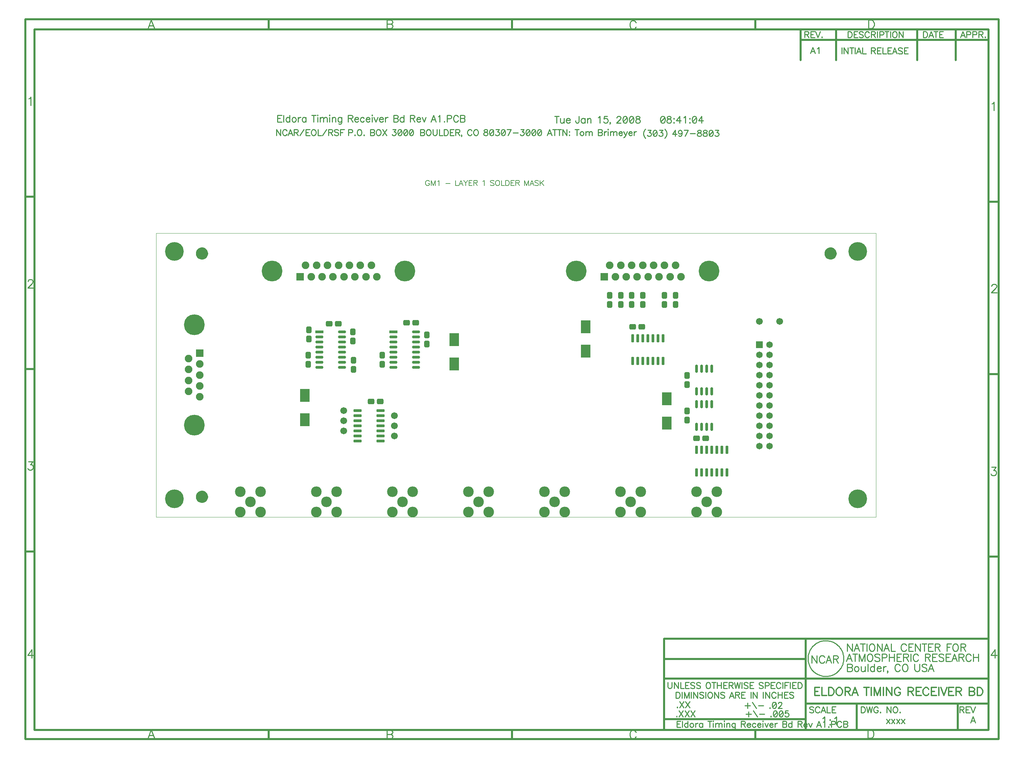
<source format=gm1>
G04*
G04  File:            ELDORA TIMING RECEIVER BD REV A1.GM1, Tue Jan 15 08:42:11 2008*
G04  Source:          P-CAD 2004 PCB, Version 18.02.360, (C:\Documents and Settings\Mike\My Documents\WIP\NCAR\5 - Tom Brimeyer\NCAR Differential\Eldora Timing Receiver Bd Rev A1.PCB)*
G04  Format:          Gerber Format (RS-274-D), ASCII*
G04*
G04  Format Options:  Absolute Positioning*
G04                   Leading-Zero Suppression*
G04                   Scale Factor 1:1*
G04                   NO Circular Interpolation*
G04                   Inch Units*
G04                   Numeric Format: 4.4 (XXXX.XXXX)*
G04                   G54 Used for Aperture Change*
G04                   Apertures Embedded*
G04*
G04  File Options:    Offset = (0.0mil,0.0mil)*
G04                   Drill Symbol Size = 50.0mil*
G04                   No Pad/Via Holes*
G04*
G04  File Contents:   Pads*
G04                   No Vias*
G04                   No Designators*
G04                   No Types*
G04                   No Values*
G04                   No Drill Symbols*
G04                   Board*
G04                   Top Mask*
G04                   Title*
G04*
%INELDORA TIMING RECEIVER BD REV A1.GM1*%
%ICAS*%
%MOIN*%
G04*
G04  Aperture MACROs for general use --- invoked via D-code assignment *
G04*
G04  General MACRO for flashed round with rotation and/or offset hole *
%AMROTOFFROUND*
1,1,$1,0.0000,0.0000*
1,0,$2,$3,$4*%
G04*
G04  General MACRO for flashed oval (obround) with rotation and/or offset hole *
%AMROTOFFOVAL*
21,1,$1,$2,0.0000,0.0000,$3*
1,1,$4,$5,$6*
1,1,$4,0-$5,0-$6*
1,0,$7,$8,$9*%
G04*
G04  General MACRO for flashed oval (obround) with rotation and no hole *
%AMROTOVALNOHOLE*
21,1,$1,$2,0.0000,0.0000,$3*
1,1,$4,$5,$6*
1,1,$4,0-$5,0-$6*%
G04*
G04  General MACRO for flashed rectangle with rotation and/or offset hole *
%AMROTOFFRECT*
21,1,$1,$2,0.0000,0.0000,$3*
1,0,$4,$5,$6*%
G04*
G04  General MACRO for flashed rectangle with rotation and no hole *
%AMROTRECTNOHOLE*
21,1,$1,$2,0.0000,0.0000,$3*%
G04*
G04  General MACRO for flashed rounded-rectangle *
%AMROUNDRECT*
21,1,$1,$2-$4,0.0000,0.0000,$3*
21,1,$1-$4,$2,0.0000,0.0000,$3*
1,1,$4,$5,$6*
1,1,$4,$7,$8*
1,1,$4,0-$5,0-$6*
1,1,$4,0-$7,0-$8*
1,0,$9,$10,$11*%
G04*
G04  General MACRO for flashed rounded-rectangle with rotation and no hole *
%AMROUNDRECTNOHOLE*
21,1,$1,$2-$4,0.0000,0.0000,$3*
21,1,$1-$4,$2,0.0000,0.0000,$3*
1,1,$4,$5,$6*
1,1,$4,$7,$8*
1,1,$4,0-$5,0-$6*
1,1,$4,0-$7,0-$8*%
G04*
G04  General MACRO for flashed regular polygon *
%AMREGPOLY*
5,1,$1,0.0000,0.0000,$2,$3+$4*
1,0,$5,$6,$7*%
G04*
G04  General MACRO for flashed regular polygon with no hole *
%AMREGPOLYNOHOLE*
5,1,$1,0.0000,0.0000,$2,$3+$4*%
G04*
G04  General MACRO for target *
%AMTARGET*
6,0,0,$1,$2,$3,4,$4,$5,$6*%
G04*
G04  General MACRO for mounting hole *
%AMMTHOLE*
1,1,$1,0,0*
1,0,$2,0,0*
$1=$1-$2*
$1=$1/2*
21,1,$2+$1,$3,0,0,$4*
21,1,$3,$2+$1,0,0,$4*%
G04*
G04*
G04  D10 : "Ellipse X10.0mil Y10.0mil H0.0mil 0.0deg (0.0mil,0.0mil) Draw"*
G04  Disc: OuterDia=0.0100*
%ADD10C, 0.0100*%
G04  D11 : "Ellipse X12.0mil Y12.0mil H0.0mil 0.0deg (0.0mil,0.0mil) Draw"*
G04  Disc: OuterDia=0.0120*
%ADD11C, 0.0120*%
G04  D12 : "Ellipse X14.7mil Y14.7mil H0.0mil 0.0deg (0.0mil,0.0mil) Draw"*
G04  Disc: OuterDia=0.0147*
%ADD12C, 0.0147*%
G04  D13 : "Ellipse X15.0mil Y15.0mil H0.0mil 0.0deg (0.0mil,0.0mil) Draw"*
G04  Disc: OuterDia=0.0150*
%ADD13C, 0.0150*%
G04  D14 : "Ellipse X2.0mil Y2.0mil H0.0mil 0.0deg (0.0mil,0.0mil) Draw"*
G04  Disc: OuterDia=0.0020*
%ADD14C, 0.0020*%
G04  D15 : "Ellipse X20.0mil Y20.0mil H0.0mil 0.0deg (0.0mil,0.0mil) Draw"*
G04  Disc: OuterDia=0.0200*
%ADD15C, 0.0200*%
G04  D16 : "Ellipse X24.0mil Y24.0mil H0.0mil 0.0deg (0.0mil,0.0mil) Draw"*
G04  Disc: OuterDia=0.0240*
%ADD16C, 0.0240*%
G04  D17 : "Ellipse X3.0mil Y3.0mil H0.0mil 0.0deg (0.0mil,0.0mil) Draw"*
G04  Disc: OuterDia=0.0030*
%ADD17C, 0.0030*%
G04  D18 : "Ellipse X4.0mil Y4.0mil H0.0mil 0.0deg (0.0mil,0.0mil) Draw"*
G04  Disc: OuterDia=0.0040*
%ADD18C, 0.0040*%
G04  D19 : "Ellipse X50.0mil Y50.0mil H0.0mil 0.0deg (0.0mil,0.0mil) Draw"*
G04  Disc: OuterDia=0.0500*
%ADD19C, 0.0500*%
G04  D20 : "Ellipse X6.0mil Y6.0mil H0.0mil 0.0deg (0.0mil,0.0mil) Draw"*
G04  Disc: OuterDia=0.0060*
%ADD20C, 0.0060*%
G04  D21 : "Ellipse X8.0mil Y8.0mil H0.0mil 0.0deg (0.0mil,0.0mil) Draw"*
G04  Disc: OuterDia=0.0080*
%ADD21C, 0.0080*%
G04  D22 : "Ellipse X100.0mil Y100.0mil H0.0mil 0.0deg (0.0mil,0.0mil) Flash"*
G04  Disc: OuterDia=0.1000*
%ADD22C, 0.1000*%
G04  D23 : "Ellipse X105.0mil Y105.0mil H0.0mil 0.0deg (0.0mil,0.0mil) Flash"*
G04  Disc: OuterDia=0.1050*
%ADD23C, 0.1050*%
G04  D24 : "Ellipse X125.0mil Y125.0mil H0.0mil 0.0deg (0.0mil,0.0mil) Flash"*
G04  Disc: OuterDia=0.1250*
%ADD24C, 0.1250*%
G04  D25 : "Ellipse X136.0mil Y136.0mil H0.0mil 0.0deg (0.0mil,0.0mil) Flash"*
G04  Disc: OuterDia=0.1360*
%ADD25C, 0.1360*%
G04  D26 : "Ellipse X185.0mil Y185.0mil H0.0mil 0.0deg (0.0mil,0.0mil) Flash"*
G04  Disc: OuterDia=0.1850*
%ADD26C, 0.1850*%
G04  D27 : "Ellipse X205.0mil Y205.0mil H0.0mil 0.0deg (0.0mil,0.0mil) Flash"*
G04  Disc: OuterDia=0.2050*
%ADD27C, 0.2050*%
G04  D28 : "Ellipse X38.0mil Y38.0mil H0.0mil 0.0deg (0.0mil,0.0mil) Flash"*
G04  Disc: OuterDia=0.0380*
%ADD28C, 0.0380*%
G04  D29 : "Ellipse X45.0mil Y45.0mil H0.0mil 0.0deg (0.0mil,0.0mil) Flash"*
G04  Disc: OuterDia=0.0450*
%ADD29C, 0.0450*%
G04  D30 : "Ellipse X56.0mil Y56.0mil H0.0mil 0.0deg (0.0mil,0.0mil) Flash"*
G04  Disc: OuterDia=0.0560*
%ADD30C, 0.0560*%
G04  D31 : "Ellipse X60.0mil Y60.0mil H0.0mil 0.0deg (0.0mil,0.0mil) Flash"*
G04  Disc: OuterDia=0.0600*
%ADD31C, 0.0600*%
G04  D32 : "Ellipse X62.0mil Y62.0mil H0.0mil 0.0deg (0.0mil,0.0mil) Flash"*
G04  Disc: OuterDia=0.0620*
%ADD32C, 0.0620*%
G04  D33 : "Ellipse X65.0mil Y65.0mil H0.0mil 0.0deg (0.0mil,0.0mil) Flash"*
G04  Disc: OuterDia=0.0650*
%ADD33C, 0.0650*%
G04  D34 : "Ellipse X67.0mil Y67.0mil H0.0mil 0.0deg (0.0mil,0.0mil) Flash"*
G04  Disc: OuterDia=0.0670*
%ADD34C, 0.0670*%
G04  D35 : "Ellipse X70.0mil Y70.0mil H0.0mil 0.0deg (0.0mil,0.0mil) Flash"*
G04  Disc: OuterDia=0.0700*
%ADD35C, 0.0700*%
G04  D36 : "Ellipse X75.0mil Y75.0mil H0.0mil 0.0deg (0.0mil,0.0mil) Flash"*
G04  Disc: OuterDia=0.0750*
%ADD36C, 0.0750*%
G04  D37 : "Mounting Hole X180.0mil Y180.0mil H0.0mil 0.0deg (0.0mil,0.0mil) Flash"*
G04  Mounting Hole: Diameter=0.1800, Rotation=0.0, LineWidth=0.0050 *
%ADD37MTHOLE, 0.1800 X0.1600 X0.0050 X0.0*%
G04  D38 : "Mounting Hole X200.0mil Y200.0mil H0.0mil 0.0deg (0.0mil,0.0mil) Flash"*
G04  Mounting Hole: Diameter=0.2000, Rotation=0.0, LineWidth=0.0050 *
%ADD38MTHOLE, 0.2000 X0.1800 X0.0050 X0.0*%
G04  D39 : "Oval X74.0mil Y24.0mil H0.0mil 0.0deg (0.0mil,0.0mil) Flash"*
G04  Obround: DimX=0.0740, DimY=0.0240, Rotation=0.0, OffsetX=0.0000, OffsetY=0.0000, HoleDia=0.0000 *
%ADD39O, 0.0740 X0.0240*%
G04  D40 : "Oval X24.0mil Y76.0mil H0.0mil 0.0deg (0.0mil,0.0mil) Flash"*
G04  Obround: DimX=0.0240, DimY=0.0760, Rotation=0.0, OffsetX=0.0000, OffsetY=0.0000, HoleDia=0.0000 *
%ADD40O, 0.0240 X0.0760*%
G04  D41 : "Oval X79.0mil Y29.0mil H0.0mil 0.0deg (0.0mil,0.0mil) Flash"*
G04  Obround: DimX=0.0790, DimY=0.0290, Rotation=0.0, OffsetX=0.0000, OffsetY=0.0000, HoleDia=0.0000 *
%ADD41O, 0.0790 X0.0290*%
G04  D42 : "Oval X29.0mil Y81.0mil H0.0mil 0.0deg (0.0mil,0.0mil) Flash"*
G04  Obround: DimX=0.0290, DimY=0.0810, Rotation=0.0, OffsetX=0.0000, OffsetY=0.0000, HoleDia=0.0000 *
%ADD42O, 0.0290 X0.0810*%
G04  D43 : "Rounded Rectangle X60.0mil Y50.0mil H0.0mil 0.0deg (0.0mil,0.0mil) Flash"*
G04  RoundRct: DimX=0.0600, DimY=0.0500, CornerRad=0.0125, Rotation=0.0, OffsetX=0.0000, OffsetY=0.0000, HoleDia=0.0000 *
%ADD43ROUNDRECTNOHOLE, 0.0600 X0.0500 X0.0 X0.0250 X-0.0175 X-0.0125 X-0.0175 X0.0125*%
G04  D44 : "Rounded Rectangle X50.0mil Y60.0mil H0.0mil 0.0deg (0.0mil,0.0mil) Flash"*
G04  RoundRct: DimX=0.0500, DimY=0.0600, CornerRad=0.0125, Rotation=0.0, OffsetX=0.0000, OffsetY=0.0000, HoleDia=0.0000 *
%ADD44ROUNDRECTNOHOLE, 0.0500 X0.0600 X0.0 X0.0250 X-0.0125 X-0.0175 X-0.0125 X0.0175*%
G04  D45 : "Rounded Rectangle X65.0mil Y55.0mil H0.0mil 0.0deg (0.0mil,0.0mil) Flash"*
G04  RoundRct: DimX=0.0650, DimY=0.0550, CornerRad=0.0138, Rotation=0.0, OffsetX=0.0000, OffsetY=0.0000, HoleDia=0.0000 *
%ADD45ROUNDRECTNOHOLE, 0.0650 X0.0550 X0.0 X0.0275 X-0.0188 X-0.0138 X-0.0188 X0.0138*%
G04  D46 : "Rounded Rectangle X55.0mil Y65.0mil H0.0mil 0.0deg (0.0mil,0.0mil) Flash"*
G04  RoundRct: DimX=0.0550, DimY=0.0650, CornerRad=0.0138, Rotation=0.0, OffsetX=0.0000, OffsetY=0.0000, HoleDia=0.0000 *
%ADD46ROUNDRECTNOHOLE, 0.0550 X0.0650 X0.0 X0.0275 X-0.0138 X-0.0188 X-0.0138 X0.0188*%
G04  D47 : "Rounded Rectangle X74.0mil Y24.0mil H0.0mil 0.0deg (0.0mil,0.0mil) Flash"*
G04  RoundRct: DimX=0.0740, DimY=0.0240, CornerRad=0.0060, Rotation=0.0, OffsetX=0.0000, OffsetY=0.0000, HoleDia=0.0000 *
%ADD47ROUNDRECTNOHOLE, 0.0740 X0.0240 X0.0 X0.0120 X-0.0310 X-0.0060 X-0.0310 X0.0060*%
G04  D48 : "Rounded Rectangle X24.0mil Y74.0mil H0.0mil 0.0deg (0.0mil,0.0mil) Flash"*
G04  RoundRct: DimX=0.0240, DimY=0.0740, CornerRad=0.0060, Rotation=0.0, OffsetX=0.0000, OffsetY=0.0000, HoleDia=0.0000 *
%ADD48ROUNDRECTNOHOLE, 0.0240 X0.0740 X0.0 X0.0120 X-0.0060 X-0.0310 X-0.0060 X0.0310*%
G04  D49 : "Rounded Rectangle X79.0mil Y29.0mil H0.0mil 0.0deg (0.0mil,0.0mil) Flash"*
G04  RoundRct: DimX=0.0790, DimY=0.0290, CornerRad=0.0073, Rotation=0.0, OffsetX=0.0000, OffsetY=0.0000, HoleDia=0.0000 *
%ADD49ROUNDRECTNOHOLE, 0.0790 X0.0290 X0.0 X0.0145 X-0.0323 X-0.0073 X-0.0323 X0.0073*%
G04  D50 : "Rounded Rectangle X29.0mil Y79.0mil H0.0mil 0.0deg (0.0mil,0.0mil) Flash"*
G04  RoundRct: DimX=0.0290, DimY=0.0790, CornerRad=0.0073, Rotation=0.0, OffsetX=0.0000, OffsetY=0.0000, HoleDia=0.0000 *
%ADD50ROUNDRECTNOHOLE, 0.0290 X0.0790 X0.0 X0.0145 X-0.0073 X-0.0323 X-0.0073 X0.0323*%
G04  D51 : "Rectangle X90.0mil Y120.0mil H0.0mil 0.0deg (0.0mil,0.0mil) Flash"*
G04  Rectangular: DimX=0.0900, DimY=0.1200, Rotation=0.0, OffsetX=0.0000, OffsetY=0.0000, HoleDia=0.0000 *
%ADD51R, 0.0900 X0.1200*%
G04  D52 : "Rectangle X95.0mil Y125.0mil H0.0mil 0.0deg (0.0mil,0.0mil) Flash"*
G04  Rectangular: DimX=0.0950, DimY=0.1250, Rotation=0.0, OffsetX=0.0000, OffsetY=0.0000, HoleDia=0.0000 *
%ADD52R, 0.0950 X0.1250*%
G04  D53 : "Rectangle X60.0mil Y60.0mil H0.0mil 0.0deg (0.0mil,0.0mil) Flash"*
G04  Square: Side=0.0600, Rotation=0.0, OffsetX=0.0000, OffsetY=0.0000, HoleDia=0.0000*
%ADD53R, 0.0600 X0.0600*%
G04  D54 : "Rectangle X65.0mil Y65.0mil H0.0mil 0.0deg (0.0mil,0.0mil) Flash"*
G04  Square: Side=0.0650, Rotation=0.0, OffsetX=0.0000, OffsetY=0.0000, HoleDia=0.0000*
%ADD54R, 0.0650 X0.0650*%
G04  D55 : "Rectangle X70.0mil Y70.0mil H0.0mil 0.0deg (0.0mil,0.0mil) Flash"*
G04  Square: Side=0.0700, Rotation=0.0, OffsetX=0.0000, OffsetY=0.0000, HoleDia=0.0000*
%ADD55R, 0.0700 X0.0700*%
G04  D56 : "Rectangle X74.0mil Y24.0mil H0.0mil 0.0deg (0.0mil,0.0mil) Flash"*
G04  Rectangular: DimX=0.0740, DimY=0.0240, Rotation=0.0, OffsetX=0.0000, OffsetY=0.0000, HoleDia=0.0000 *
%ADD56R, 0.0740 X0.0240*%
G04  D57 : "Rectangle X75.0mil Y75.0mil H0.0mil 0.0deg (0.0mil,0.0mil) Flash"*
G04  Square: Side=0.0750, Rotation=0.0, OffsetX=0.0000, OffsetY=0.0000, HoleDia=0.0000*
%ADD57R, 0.0750 X0.0750*%
G04  D58 : "Rectangle X79.0mil Y29.0mil H0.0mil 0.0deg (0.0mil,0.0mil) Flash"*
G04  Rectangular: DimX=0.0790, DimY=0.0290, Rotation=0.0, OffsetX=0.0000, OffsetY=0.0000, HoleDia=0.0000 *
%ADD58R, 0.0790 X0.0290*%
G04  D59 : "Thermal 4 Spoke/45 O112.0mil I84.0mil G18.7mil 0.0deg (0.0mil,0.0mil) Flash"*
G04  Thermal Relief: OuterDia=0.1120, InnerDia=0.0840, GapWidth=0.0187, Rotation=45.0000 *
%AMTHERMAL4D59*
1,1,0.1120,0,0*
1,0,0.0840,0,0*
21,0,0.1120,0.0187,0,0,45.0000*
21,0,0.0187,0.1120,0,0,45.0000*%
%ADD59THERMAL4D59*%
G04  D60 : "Thermal 4 Spoke/45 O90.0mil I67.5mil G15.0mil 0.0deg (0.0mil,0.0mil) Flash"*
G04  Thermal Relief: OuterDia=0.0900, InnerDia=0.0675, GapWidth=0.0150, Rotation=45.0000 *
%AMTHERMAL4D60*
1,1,0.0900,0,0*
1,0,0.0675,0,0*
21,0,0.0900,0.0150,0,0,45.0000*
21,0,0.0150,0.0900,0,0,45.0000*%
%ADD60THERMAL4D60*%
G04  D61 : "Ellipse X25.0mil Y25.0mil H0.0mil 0.0deg (0.0mil,0.0mil) Flash"*
G04  Disc: OuterDia=0.0250*
%ADD61C, 0.0250*%
G04  D62 : "Ellipse X40.0mil Y40.0mil H0.0mil 0.0deg (0.0mil,0.0mil) Flash"*
G04  Disc: OuterDia=0.0400*
%ADD62C, 0.0400*%
G04*
%FSLAX44Y44*%
%SFA1B1*%
%OFA0.0000B0.0000*%
G04*
G70*
G90*
G01*
D2*
%LNBoard*%
G54D14*
X14000Y51000*
Y23000D1*
X85000D2*
Y51000D1*
D2*
G54D10*
X26264Y61221*
Y60621D1*
X25864Y61221*
Y60621*
X26892Y61078D2*
X26863Y61135D1*
X26806Y61192*
X26749Y61221*
X26635*
X26578Y61192*
X26521Y61135*
X26492Y61078*
X26463Y60992*
Y60849*
X26492Y60764*
X26521Y60707*
X26578Y60650*
X26635Y60621*
X26749*
X26806Y60650*
X26863Y60707*
X26892Y60764*
X27463Y60621D2*
X27234Y61221D1*
X27006Y60621*
X27092Y60821D2*
X27377D1*
X27606Y60935D2*
X27863D1*
X27948Y60964*
X27977Y60992*
X28005Y61049*
Y61106*
X27977Y61164*
X27948Y61192*
X27863Y61221*
X27606*
Y60621*
X27806Y60935D2*
X28005Y60621D1*
X28177D2*
X28577Y61221D1*
X29148D2*
X28777D1*
Y60621*
X29148*
X28777Y60935D2*
X29005D1*
X29462Y61221D2*
X29405Y61192D1*
X29348Y61135*
X29319Y61078*
X29291Y60992*
Y60849*
X29319Y60764*
X29348Y60707*
X29405Y60650*
X29462Y60621*
X29576*
X29633Y60650*
X29690Y60707*
X29719Y60764*
X29747Y60849*
Y60992*
X29719Y61078*
X29690Y61135*
X29633Y61192*
X29576Y61221*
X29462*
X29947D2*
Y60621D1*
X30290*
X30404D2*
X30804Y61221D1*
X31004Y60935D2*
X31261D1*
X31347Y60964*
X31375Y60992*
X31404Y61049*
Y61106*
X31375Y61164*
X31347Y61192*
X31261Y61221*
X31004*
Y60621*
X31204Y60935D2*
X31404Y60621D1*
X31975Y61135D2*
X31918Y61192D1*
X31832Y61221*
X31718*
X31632Y61192*
X31575Y61135*
Y61078*
X31604Y61021*
X31632Y60992*
X31689Y60964*
X31861Y60907*
X31918Y60878*
X31946Y60849*
X31975Y60792*
Y60707*
X31918Y60650*
X31832Y60621*
X31718*
X31632Y60650*
X31575Y60707*
X32546Y61221D2*
X32175D1*
Y60621*
Y60935D2*
X32403D1*
X53035Y60621D2*
X52806Y61220D1*
X52578Y60621*
X52664Y60820D2*
X52949D1*
X53291Y61220D2*
Y60621D1*
X53092Y61220D2*
X53491D1*
X53748D2*
Y60621D1*
X53548Y61220D2*
X53947D1*
X54490D2*
Y60621D1*
X54090Y61220*
Y60621*
X54746Y61020D2*
X54718Y60992D1*
X54746Y60963*
X54775Y60992*
X54746Y61020*
Y60678D2*
X54718Y60649D1*
X54746Y60621*
X54775Y60649*
X54746Y60678*
X55488Y61220D2*
Y60621D1*
X55288Y61220D2*
X55688D1*
X55945Y61020D2*
X55887Y60992D1*
X55830Y60935*
X55802Y60849*
Y60792*
X55830Y60706*
X55887Y60649*
X55945Y60621*
X56030*
X56087Y60649*
X56144Y60706*
X56173Y60792*
Y60849*
X56144Y60935*
X56087Y60992*
X56030Y61020*
X55945*
X56372D2*
Y60621D1*
Y60906D2*
X56458Y60992D1*
X56515Y61020*
X56601*
X56658Y60992*
X56686Y60906*
Y60621*
Y60906D2*
X56772Y60992D1*
X56829Y61020*
X56915*
X56972Y60992*
X57000Y60906*
Y60621*
X57599Y61220D2*
Y60621D1*
X57856*
X57942Y60649*
X57970Y60678*
X57999Y60735*
Y60820*
X57970Y60878*
X57942Y60906*
X57856Y60935*
X57942Y60963*
X57970Y60992*
X57999Y61049*
Y61106*
X57970Y61163*
X57942Y61191*
X57856Y61220*
X57599*
Y60935D2*
X57856D1*
X58198Y61020D2*
Y60621D1*
Y60849D2*
X58227Y60935D1*
X58284Y60992*
X58341Y61020*
X58427*
X58541Y61220D2*
X58569Y61191D1*
X58598Y61220*
X58569Y61248*
X58541Y61220*
X58569Y61020D2*
Y60621D1*
X58797Y61020D2*
Y60621D1*
Y60906D2*
X58883Y60992D1*
X58940Y61020*
X59026*
X59083Y60992*
X59111Y60906*
Y60621*
Y60906D2*
X59197Y60992D1*
X59254Y61020*
X59340*
X59397Y60992*
X59425Y60906*
Y60621*
X59625Y60849D2*
X59967D1*
Y60906*
X59939Y60963*
X59910Y60992*
X59853Y61020*
X59767*
X59710Y60992*
X59653Y60935*
X59625Y60849*
Y60792*
X59653Y60706*
X59710Y60649*
X59767Y60621*
X59853*
X59910Y60649*
X59967Y60706*
X60110Y61020D2*
X60281Y60621D1*
X60224Y60507*
X60167Y60450*
X60110Y60421*
X60081*
X60452Y61020D2*
X60281Y60621D1*
X60595Y60849D2*
X60937D1*
Y60906*
X60909Y60963*
X60880Y60992*
X60823Y61020*
X60737*
X60680Y60992*
X60623Y60935*
X60595Y60849*
Y60792*
X60623Y60706*
X60680Y60649*
X60737Y60621*
X60823*
X60880Y60649*
X60937Y60706*
X61137Y61020D2*
Y60621D1*
Y60849D2*
X61165Y60935D1*
X61222Y60992*
X61280Y61020*
X61365*
X62263Y61263D2*
X62206Y61206D1*
X62149Y61120*
X62092Y61006*
X62064Y60863*
Y60749*
X62092Y60606*
X62149Y60492*
X62206Y60407*
X62263Y60350*
X62492Y61149D2*
X62806D1*
X62635Y60920*
X62720*
X62777Y60892*
X62806Y60863*
X62834Y60778*
Y60721*
X62806Y60635*
X62749Y60578*
X62663Y60549*
X62577*
X62492Y60578*
X62463Y60606*
X62435Y60663*
X63177Y61149D2*
X63091Y61120D1*
X63034Y61035*
X63006Y60892*
Y60806*
X63034Y60663*
X63091Y60578*
X63177Y60549*
X63234*
X63320Y60578*
X63377Y60663*
X63405Y60806*
Y60892*
X63377Y61035*
X63320Y61120*
X63234Y61149*
X63177*
X63377Y61035D2*
X63034Y60663D1*
X63634Y61149D2*
X63948D1*
X63776Y60920*
X63862*
X63919Y60892*
X63948Y60863*
X63976Y60778*
Y60721*
X63948Y60635*
X63891Y60578*
X63805Y60549*
X63719*
X63634Y60578*
X63605Y60606*
X63577Y60663*
X64147Y61263D2*
X64205Y61206D1*
X64262Y61120*
X64319Y61006*
X64347Y60863*
Y60749*
X64319Y60606*
X64262Y60492*
X64205Y60407*
X64147Y60350*
X65204Y60549D2*
Y61149D1*
X64918Y60749*
X65346*
X65860Y60949D2*
X65832Y60863D1*
X65774Y60806*
X65689Y60778*
X65660*
X65575Y60806*
X65518Y60863*
X65489Y60949*
Y60977*
X65518Y61063*
X65575Y61120*
X65660Y61149*
X65689*
X65774Y61120*
X65832Y61063*
X65860Y60949*
Y60806*
X65832Y60663*
X65774Y60578*
X65689Y60549*
X65632*
X65546Y60578*
X65518Y60635*
X66174Y60549D2*
X66460Y61149D1*
X66060*
X66659Y60806D2*
X67173D1*
X67516Y61149D2*
X67430Y61120D1*
X67401Y61063*
Y61006*
X67430Y60949*
X67487Y60920*
X67601Y60892*
X67687Y60863*
X67744Y60806*
X67773Y60749*
Y60663*
X67744Y60606*
X67715Y60578*
X67630Y60549*
X67516*
X67430Y60578*
X67401Y60606*
X67373Y60663*
Y60749*
X67401Y60806*
X67459Y60863*
X67544Y60892*
X67658Y60920*
X67715Y60949*
X67744Y61006*
Y61063*
X67715Y61120*
X67630Y61149*
X67516*
X68087D2*
X68001Y61120D1*
X67972Y61063*
Y61006*
X68001Y60949*
X68058Y60920*
X68172Y60892*
X68258Y60863*
X68315Y60806*
X68343Y60749*
Y60663*
X68315Y60606*
X68286Y60578*
X68201Y60549*
X68087*
X68001Y60578*
X67972Y60606*
X67944Y60663*
Y60749*
X67972Y60806*
X68029Y60863*
X68115Y60892*
X68229Y60920*
X68286Y60949*
X68315Y61006*
Y61063*
X68286Y61120*
X68201Y61149*
X68087*
X68686D2*
X68600Y61120D1*
X68543Y61035*
X68515Y60892*
Y60806*
X68543Y60663*
X68600Y60578*
X68686Y60549*
X68743*
X68829Y60578*
X68886Y60663*
X68914Y60806*
Y60892*
X68886Y61035*
X68829Y61120*
X68743Y61149*
X68686*
X68886Y61035D2*
X68543Y60663D1*
X69143Y61149D2*
X69457D1*
X69285Y60920*
X69371*
X69428Y60892*
X69457Y60863*
X69485Y60778*
Y60721*
X69457Y60635*
X69400Y60578*
X69314Y60549*
X69228*
X69143Y60578*
X69114Y60606*
X69086Y60663*
X63931Y62525D2*
X63837Y62493D1*
X63775Y62400*
X63743Y62243*
Y62150*
X63775Y61993*
X63837Y61900*
X63931Y61868*
X63993*
X64087Y61900*
X64150Y61993*
X64181Y62150*
Y62243*
X64150Y62400*
X64087Y62493*
X63993Y62525*
X63931*
X64150Y62400D2*
X63775Y61993D1*
X64525Y62525D2*
X64431Y62493D1*
X64400Y62431*
Y62368*
X64431Y62306*
X64493Y62275*
X64618Y62243*
X64712Y62212*
X64775Y62150*
X64806Y62087*
Y61993*
X64775Y61931*
X64743Y61900*
X64650Y61868*
X64525*
X64431Y61900*
X64400Y61931*
X64368Y61993*
Y62087*
X64400Y62150*
X64462Y62212*
X64556Y62243*
X64681Y62275*
X64743Y62306*
X64775Y62368*
Y62431*
X64743Y62493*
X64650Y62525*
X64525*
X65056Y62306D2*
X65025Y62275D1*
X65056Y62243*
X65087Y62275*
X65056Y62306*
Y61931D2*
X65025Y61900D1*
X65056Y61868*
X65087Y61900*
X65056Y61931*
X65618Y61868D2*
Y62525D1*
X65306Y62087*
X65775*
X66025Y62400D2*
X66087Y62431D1*
X66181Y62525*
Y61868*
X66618Y62306D2*
X66587Y62275D1*
X66618Y62243*
X66650Y62275*
X66618Y62306*
Y61931D2*
X66587Y61900D1*
X66618Y61868*
X66650Y61900*
X66618Y61931*
X67056Y62525D2*
X66962Y62493D1*
X66900Y62400*
X66868Y62243*
Y62150*
X66900Y61993*
X66962Y61900*
X67056Y61868*
X67118*
X67212Y61900*
X67275Y61993*
X67306Y62150*
Y62243*
X67275Y62400*
X67212Y62493*
X67118Y62525*
X67056*
X67275Y62400D2*
X66900Y61993D1*
X67806Y61868D2*
Y62525D1*
X67493Y62087*
X67962*
X32963Y60905D2*
X33219D1*
X33305Y60933*
X33333Y60961*
X33361Y61018*
Y61104*
X33333Y61160*
X33305Y61189*
X33219Y61217*
X32963*
Y60620*
X33589Y60677D2*
X33560Y60649D1*
X33589Y60620*
X33617Y60649*
X33589Y60677*
X33987Y61217D2*
X33930Y61189D1*
X33873Y61132*
X33845Y61075*
X33816Y60990*
Y60848*
X33845Y60762*
X33873Y60705*
X33930Y60649*
X33987Y60620*
X34101*
X34158Y60649*
X34214Y60705*
X34243Y60762*
X34271Y60848*
Y60990*
X34243Y61075*
X34214Y61132*
X34158Y61189*
X34101Y61217*
X33987*
X34499Y60677D2*
X34470Y60649D1*
X34499Y60620*
X34527Y60649*
X34499Y60677*
X35124Y61217D2*
Y60620D1*
X35380*
X35466Y60649*
X35494Y60677*
X35523Y60734*
Y60819*
X35494Y60876*
X35466Y60905*
X35380Y60933*
X35466Y60961*
X35494Y60990*
X35523Y61047*
Y61104*
X35494Y61160*
X35466Y61189*
X35380Y61217*
X35124*
Y60933D2*
X35380D1*
X35864Y61217D2*
X35807Y61189D1*
X35750Y61132*
X35722Y61075*
X35693Y60990*
Y60848*
X35722Y60762*
X35750Y60705*
X35807Y60649*
X35864Y60620*
X35978*
X36034Y60649*
X36091Y60705*
X36120Y60762*
X36148Y60848*
Y60990*
X36120Y61075*
X36091Y61132*
X36034Y61189*
X35978Y61217*
X35864*
X36319D2*
X36717Y60620D1*
Y61217D2*
X36319Y60620D1*
X37314Y61217D2*
X37627D1*
X37456Y60990*
X37542*
X37599Y60961*
X37627Y60933*
X37655Y60848*
Y60791*
X37627Y60705*
X37570Y60649*
X37485Y60620*
X37400*
X37314Y60649*
X37286Y60677*
X37257Y60734*
X37997Y61217D2*
X37911Y61189D1*
X37854Y61104*
X37826Y60961*
Y60876*
X37854Y60734*
X37911Y60649*
X37997Y60620*
X38054*
X38139Y60649*
X38196Y60734*
X38224Y60876*
Y60961*
X38196Y61104*
X38139Y61189*
X38054Y61217*
X37997*
X38196Y61104D2*
X37854Y60734D1*
X38565Y61217D2*
X38480Y61189D1*
X38423Y61104*
X38395Y60961*
Y60876*
X38423Y60734*
X38480Y60649*
X38565Y60620*
X38622*
X38708Y60649*
X38765Y60734*
X38793Y60876*
Y60961*
X38765Y61104*
X38708Y61189*
X38622Y61217*
X38565*
X38765Y61104D2*
X38423Y60734D1*
X39134Y61217D2*
X39049Y61189D1*
X38992Y61104*
X38964Y60961*
Y60876*
X38992Y60734*
X39049Y60649*
X39134Y60620*
X39191*
X39276Y60649*
X39333Y60734*
X39362Y60876*
Y60961*
X39333Y61104*
X39276Y61189*
X39191Y61217*
X39134*
X39333Y61104D2*
X38992Y60734D1*
X40064Y61219D2*
Y60621D1*
X40320*
X40406Y60649*
X40434Y60678*
X40463Y60735*
Y60820*
X40434Y60877*
X40406Y60906*
X40320Y60934*
X40406Y60963*
X40434Y60991*
X40463Y61048*
Y61105*
X40434Y61162*
X40406Y61191*
X40320Y61219*
X40064*
Y60934D2*
X40320D1*
X40805Y61219D2*
X40748Y61191D1*
X40691Y61134*
X40662Y61077*
X40634Y60991*
Y60849*
X40662Y60763*
X40691Y60706*
X40748Y60649*
X40805Y60621*
X40919*
X40976Y60649*
X41033Y60706*
X41061Y60763*
X41090Y60849*
Y60991*
X41061Y61077*
X41033Y61134*
X40976Y61191*
X40919Y61219*
X40805*
X41289D2*
Y60792D1*
X41318Y60706*
X41375Y60649*
X41460Y60621*
X41517*
X41603Y60649*
X41660Y60706*
X41688Y60792*
Y61219*
X41916D2*
Y60621D1*
X42258*
X42401Y61219D2*
Y60621D1*
X42600*
X42686Y60649*
X42743Y60706*
X42771Y60763*
X42800Y60849*
Y60991*
X42771Y61077*
X42743Y61134*
X42686Y61191*
X42600Y61219*
X42401*
X43370D2*
X42999D1*
Y60621*
X43370*
X42999Y60934D2*
X43228D1*
X43541D2*
X43798D1*
X43883Y60963*
X43912Y60991*
X43940Y61048*
Y61105*
X43912Y61162*
X43883Y61191*
X43798Y61219*
X43541*
Y60621*
X43741Y60934D2*
X43940Y60621D1*
X44140Y60649D2*
X44111Y60621D1*
X44083Y60649*
X44111Y60678*
X44140Y60649*
Y60592*
X44111Y60535*
X44083Y60507*
X45137Y61077D2*
X45109Y61134D1*
X45052Y61191*
X44995Y61219*
X44881*
X44824Y61191*
X44767Y61134*
X44738Y61077*
X44710Y60991*
Y60849*
X44738Y60763*
X44767Y60706*
X44824Y60649*
X44881Y60621*
X44995*
X45052Y60649*
X45109Y60706*
X45137Y60763*
X45479Y61219D2*
X45422Y61191D1*
X45365Y61134*
X45337Y61077*
X45308Y60991*
Y60849*
X45337Y60763*
X45365Y60706*
X45422Y60649*
X45479Y60621*
X45593*
X45650Y60649*
X45707Y60706*
X45736Y60763*
X45764Y60849*
Y60991*
X45736Y61077*
X45707Y61134*
X45650Y61191*
X45593Y61219*
X45479*
X46449D2*
X46363Y61191D1*
X46334Y61134*
Y61077*
X46363Y61020*
X46420Y60991*
X46534Y60963*
X46620Y60934*
X46677Y60877*
X46705Y60820*
Y60735*
X46677Y60678*
X46648Y60649*
X46563Y60621*
X46449*
X46363Y60649*
X46334Y60678*
X46306Y60735*
Y60820*
X46334Y60877*
X46391Y60934*
X46477Y60963*
X46591Y60991*
X46648Y61020*
X46677Y61077*
Y61134*
X46648Y61191*
X46563Y61219*
X46449*
X47047D2*
X46962Y61191D1*
X46905Y61105*
X46876Y60963*
Y60877*
X46905Y60735*
X46962Y60649*
X47047Y60621*
X47104*
X47190Y60649*
X47247Y60735*
X47275Y60877*
Y60963*
X47247Y61105*
X47190Y61191*
X47104Y61219*
X47047*
X47247Y61105D2*
X46905Y60735D1*
X47503Y61219D2*
X47817D1*
X47646Y60991*
X47731*
X47788Y60963*
X47817Y60934*
X47845Y60849*
Y60792*
X47817Y60706*
X47760Y60649*
X47674Y60621*
X47589*
X47503Y60649*
X47475Y60678*
X47446Y60735*
X48187Y61219D2*
X48102Y61191D1*
X48045Y61105*
X48016Y60963*
Y60877*
X48045Y60735*
X48102Y60649*
X48187Y60621*
X48244*
X48330Y60649*
X48387Y60735*
X48415Y60877*
Y60963*
X48387Y61105*
X48330Y61191*
X48244Y61219*
X48187*
X48387Y61105D2*
X48045Y60735D1*
X48700Y60621D2*
X48985Y61219D1*
X48586*
X49185Y60877D2*
X49698D1*
X49955Y61219D2*
X50268D1*
X50097Y60991*
X50183*
X50240Y60963*
X50268Y60934*
X50297Y60849*
Y60792*
X50268Y60706*
X50211Y60649*
X50126Y60621*
X50040*
X49955Y60649*
X49926Y60678*
X49898Y60735*
X50639Y61219D2*
X50553Y61191D1*
X50496Y61105*
X50468Y60963*
Y60877*
X50496Y60735*
X50553Y60649*
X50639Y60621*
X50696*
X50781Y60649*
X50838Y60735*
X50867Y60877*
Y60963*
X50838Y61105*
X50781Y61191*
X50696Y61219*
X50639*
X50838Y61105D2*
X50496Y60735D1*
X51209Y61219D2*
X51123Y61191D1*
X51066Y61105*
X51038Y60963*
Y60877*
X51066Y60735*
X51123Y60649*
X51209Y60621*
X51266*
X51351Y60649*
X51408Y60735*
X51437Y60877*
Y60963*
X51408Y61105*
X51351Y61191*
X51266Y61219*
X51209*
X51408Y61105D2*
X51066Y60735D1*
X51779Y61219D2*
X51693Y61191D1*
X51636Y61105*
X51608Y60963*
Y60877*
X51636Y60735*
X51693Y60649*
X51779Y60621*
X51836*
X51921Y60649*
X51978Y60735*
X52007Y60877*
Y60963*
X51978Y61105*
X51921Y61191*
X51836Y61219*
X51779*
X51978Y61105D2*
X51636Y60735D1*
X26381Y62625D2*
X25975D1*
Y61968*
X26381*
X25975Y62312D2*
X26225D1*
X26568Y62625D2*
Y61968D1*
X27162Y62625D2*
Y61968D1*
Y62312D2*
X27099Y62375D1*
X27037Y62406*
X26943*
X26881Y62375*
X26818Y62312*
X26787Y62218*
Y62156*
X26818Y62062*
X26881Y62000*
X26943Y61968*
X27037*
X27099Y62000*
X27162Y62062*
X27537Y62406D2*
X27475Y62375D1*
X27412Y62312*
X27381Y62218*
Y62156*
X27412Y62062*
X27475Y62000*
X27537Y61968*
X27631*
X27693Y62000*
X27756Y62062*
X27787Y62156*
Y62218*
X27756Y62312*
X27693Y62375*
X27631Y62406*
X27537*
X28006D2*
Y61968D1*
Y62218D2*
X28037Y62312D1*
X28099Y62375*
X28162Y62406*
X28256*
X28756D2*
Y61968D1*
Y62312D2*
X28693Y62375D1*
X28631Y62406*
X28537*
X28475Y62375*
X28412Y62312*
X28381Y62218*
Y62156*
X28412Y62062*
X28475Y62000*
X28537Y61968*
X28631*
X28693Y62000*
X28756Y62062*
X29537Y62625D2*
Y61968D1*
X29318Y62625D2*
X29756D1*
X29881D2*
X29912Y62593D1*
X29943Y62625*
X29912Y62656*
X29881Y62625*
X29912Y62406D2*
Y61968D1*
X30162Y62406D2*
Y61968D1*
Y62281D2*
X30256Y62375D1*
X30318Y62406*
X30412*
X30475Y62375*
X30506Y62281*
Y61968*
Y62281D2*
X30600Y62375D1*
X30662Y62406*
X30756*
X30818Y62375*
X30850Y62281*
Y61968*
X31068Y62625D2*
X31100Y62593D1*
X31131Y62625*
X31100Y62656*
X31068Y62625*
X31100Y62406D2*
Y61968D1*
X31350Y62406D2*
Y61968D1*
Y62281D2*
X31443Y62375D1*
X31506Y62406*
X31600*
X31662Y62375*
X31693Y62281*
Y61968*
X32287Y62406D2*
Y61906D1*
X32256Y61812*
X32224Y61781*
X32162Y61750*
X32068*
X32006Y61781*
X32287Y62312D2*
X32224Y62375D1*
X32162Y62406*
X32068*
X32006Y62375*
X31943Y62312*
X31912Y62218*
Y62156*
X31943Y62062*
X32006Y62000*
X32068Y61968*
X32162*
X32224Y62000*
X32287Y62062*
X32943Y62312D2*
X33224D1*
X33318Y62343*
X33349Y62375*
X33381Y62437*
Y62500*
X33349Y62562*
X33318Y62593*
X33224Y62625*
X32943*
Y61968*
X33162Y62312D2*
X33381Y61968D1*
X33568Y62218D2*
X33943D1*
Y62281*
X33912Y62343*
X33881Y62375*
X33818Y62406*
X33725*
X33662Y62375*
X33600Y62312*
X33568Y62218*
Y62156*
X33600Y62062*
X33662Y62000*
X33725Y61968*
X33818*
X33881Y62000*
X33943Y62062*
X34506Y62312D2*
X34443Y62375D1*
X34381Y62406*
X34287*
X34225Y62375*
X34162Y62312*
X34131Y62218*
Y62156*
X34162Y62062*
X34225Y62000*
X34287Y61968*
X34381*
X34443Y62000*
X34506Y62062*
X34693Y62218D2*
X35068D1*
Y62281*
X35037Y62343*
X35006Y62375*
X34943Y62406*
X34850*
X34787Y62375*
X34725Y62312*
X34693Y62218*
Y62156*
X34725Y62062*
X34787Y62000*
X34850Y61968*
X34943*
X35006Y62000*
X35068Y62062*
X35256Y62625D2*
X35287Y62593D1*
X35318Y62625*
X35287Y62656*
X35256Y62625*
X35287Y62406D2*
Y61968D1*
X35475Y62406D2*
X35662Y61968D1*
X35850Y62406*
X36006Y62218D2*
X36381D1*
Y62281*
X36350Y62343*
X36318Y62375*
X36256Y62406*
X36162*
X36100Y62375*
X36037Y62312*
X36006Y62218*
Y62156*
X36037Y62062*
X36100Y62000*
X36162Y61968*
X36256*
X36318Y62000*
X36381Y62062*
X36600Y62406D2*
Y61968D1*
Y62218D2*
X36631Y62312D1*
X36693Y62375*
X36756Y62406*
X36850*
X37412Y62625D2*
Y61968D1*
X37693*
X37787Y62000*
X37818Y62031*
X37850Y62093*
Y62187*
X37818Y62250*
X37787Y62281*
X37693Y62312*
X37787Y62343*
X37818Y62375*
X37850Y62437*
Y62500*
X37818Y62562*
X37787Y62593*
X37693Y62625*
X37412*
Y62312D2*
X37693D1*
X38412Y62625D2*
Y61968D1*
Y62312D2*
X38349Y62375D1*
X38287Y62406*
X38193*
X38131Y62375*
X38068Y62312*
X38037Y62218*
Y62156*
X38068Y62062*
X38131Y62000*
X38193Y61968*
X38287*
X38349Y62000*
X38412Y62062*
X39068Y62312D2*
X39349D1*
X39443Y62343*
X39474Y62375*
X39506Y62437*
Y62500*
X39474Y62562*
X39443Y62593*
X39349Y62625*
X39068*
Y61968*
X39287Y62312D2*
X39506Y61968D1*
X39693Y62218D2*
X40068D1*
Y62281*
X40037Y62343*
X40006Y62375*
X39943Y62406*
X39850*
X39787Y62375*
X39725Y62312*
X39693Y62218*
Y62156*
X39725Y62062*
X39787Y62000*
X39850Y61968*
X39943*
X40006Y62000*
X40068Y62062*
X40225Y62406D2*
X40412Y61968D1*
X40600Y62406*
X41599Y61968D2*
X41349Y62625D1*
X41099Y61968*
X41193Y62187D2*
X41506D1*
X41818Y62500D2*
X41881Y62531D1*
X41974Y62625*
Y61968*
X42412Y62031D2*
X42381Y62000D1*
X42412Y61968*
X42443Y62000*
X42412Y62031*
X42693Y62281D2*
X42974D1*
X43068Y62312*
X43099Y62343*
X43131Y62406*
Y62500*
X43099Y62562*
X43068Y62593*
X42974Y62625*
X42693*
Y61968*
X43787Y62468D2*
X43756Y62531D1*
X43693Y62593*
X43631Y62625*
X43506*
X43443Y62593*
X43381Y62531*
X43350Y62468*
X43318Y62375*
Y62218*
X43350Y62125*
X43381Y62062*
X43443Y62000*
X43506Y61968*
X43631*
X43693Y62000*
X43756Y62062*
X43787Y62125*
X44006Y62625D2*
Y61968D1*
X44287*
X44381Y62000*
X44412Y62031*
X44443Y62093*
Y62187*
X44412Y62250*
X44381Y62281*
X44287Y62312*
X44381Y62343*
X44412Y62375*
X44443Y62437*
Y62500*
X44412Y62562*
X44381Y62593*
X44287Y62625*
X44006*
Y62312D2*
X44287D1*
X53500Y62525D2*
Y61868D1*
X53281Y62525D2*
X53718D1*
X53875Y62306D2*
Y61993D1*
X53906Y61900*
X53968Y61868*
X54062*
X54125Y61900*
X54218Y61993*
Y62306D2*
Y61868D1*
X54437Y62118D2*
X54812D1*
Y62181*
X54781Y62243*
X54749Y62275*
X54687Y62306*
X54593*
X54531Y62275*
X54468Y62212*
X54437Y62118*
Y62056*
X54468Y61962*
X54531Y61900*
X54593Y61868*
X54687*
X54749Y61900*
X54812Y61962*
X55687Y62525D2*
Y62025D1*
X55656Y61931*
X55625Y61900*
X55562Y61868*
X55500*
X55437Y61900*
X55406Y61931*
X55375Y62025*
Y62087*
X56281Y62306D2*
Y61868D1*
Y62212D2*
X56218Y62275D1*
X56156Y62306*
X56062*
X56000Y62275*
X55937Y62212*
X55906Y62118*
Y62056*
X55937Y61962*
X56000Y61900*
X56062Y61868*
X56156*
X56218Y61900*
X56281Y61962*
X56531Y62306D2*
Y61868D1*
Y62181D2*
X56624Y62275D1*
X56687Y62306*
X56781*
X56843Y62275*
X56874Y62181*
Y61868*
X57593Y62400D2*
X57656Y62431D1*
X57749Y62525*
Y61868*
X58499Y62525D2*
X58187D1*
X58156Y62243*
X58187Y62275*
X58281Y62306*
X58374*
X58468Y62275*
X58531Y62212*
X58562Y62118*
Y62056*
X58531Y61962*
X58468Y61900*
X58374Y61868*
X58281*
X58187Y61900*
X58156Y61931*
X58124Y61993*
X58781Y61900D2*
X58749Y61868D1*
X58718Y61900*
X58749Y61931*
X58781Y61900*
Y61837*
X58749Y61775*
X58718Y61743*
X59437Y62368D2*
Y62400D1*
X59468Y62462*
X59500Y62493*
X59562Y62525*
X59687*
X59750Y62493*
X59781Y62462*
X59812Y62400*
Y62337*
X59781Y62275*
X59718Y62181*
X59406Y61868*
X59843*
X60218Y62525D2*
X60125Y62493D1*
X60062Y62400*
X60031Y62243*
Y62150*
X60062Y61993*
X60125Y61900*
X60218Y61868*
X60281*
X60375Y61900*
X60437Y61993*
X60468Y62150*
Y62243*
X60437Y62400*
X60375Y62493*
X60281Y62525*
X60218*
X60437Y62400D2*
X60062Y61993D1*
X60843Y62525D2*
X60750Y62493D1*
X60687Y62400*
X60656Y62243*
Y62150*
X60687Y61993*
X60750Y61900*
X60843Y61868*
X60906*
X61000Y61900*
X61062Y61993*
X61093Y62150*
Y62243*
X61062Y62400*
X61000Y62493*
X60906Y62525*
X60843*
X61062Y62400D2*
X60687Y61993D1*
X61437Y62525D2*
X61343Y62493D1*
X61312Y62431*
Y62368*
X61343Y62306*
X61406Y62275*
X61531Y62243*
X61625Y62212*
X61687Y62150*
X61718Y62087*
Y61993*
X61687Y61931*
X61656Y61900*
X61562Y61868*
X61437*
X61343Y61900*
X61312Y61931*
X61281Y61993*
Y62087*
X61312Y62150*
X61375Y62212*
X61468Y62243*
X61593Y62275*
X61656Y62306*
X61687Y62368*
Y62431*
X61656Y62493*
X61562Y62525*
X61437*
D2*
G54D14*
X14000Y23000*
X85000D1*
Y51000D2*
X14000D1*
%LNTop Mask*%
D2*
G54D21*
X40950Y56075*
X40925Y56125D1*
X40875Y56175*
X40825Y56200*
X40725*
X40675Y56175*
X40625Y56125*
X40600Y56075*
X40575Y56000*
Y55875*
X40600Y55800*
X40625Y55750*
X40675Y55700*
X40725Y55675*
X40825*
X40875Y55700*
X40925Y55750*
X40950Y55800*
Y55875*
X40825*
X41525Y55675D2*
Y56200D1*
X41325Y55675*
X41125Y56200*
Y55675*
X41775Y56100D2*
X41825Y56125D1*
X41900Y56200*
Y55675*
X42550Y55900D2*
X43000D1*
X43525Y56200D2*
Y55675D1*
X43825*
X44275D2*
X44075Y56200D1*
X43875Y55675*
X43950Y55850D2*
X44200D1*
X44325Y56200D2*
X44525Y55950D1*
Y55675*
X44725Y56200D2*
X44525Y55950D1*
X45175Y56200D2*
X44850D1*
Y55675*
X45175*
X44850Y55950D2*
X45050D1*
X45325D2*
X45550D1*
X45625Y55975*
X45650Y56000*
X45675Y56050*
Y56100*
X45650Y56150*
X45625Y56175*
X45550Y56200*
X45325*
Y55675*
X45500Y55950D2*
X45675Y55675D1*
X46225Y56100D2*
X46275Y56125D1*
X46350Y56200*
Y55675*
X47325Y56125D2*
X47275Y56175D1*
X47200Y56200*
X47100*
X47025Y56175*
X46975Y56125*
Y56075*
X47000Y56025*
X47025Y56000*
X47075Y55975*
X47225Y55925*
X47275Y55900*
X47300Y55875*
X47325Y55825*
Y55750*
X47275Y55700*
X47200Y55675*
X47100*
X47025Y55700*
X46975Y55750*
X47625Y56200D2*
X47575Y56175D1*
X47525Y56125*
X47500Y56075*
X47475Y56000*
Y55875*
X47500Y55800*
X47525Y55750*
X47575Y55700*
X47625Y55675*
X47725*
X47775Y55700*
X47825Y55750*
X47850Y55800*
X47875Y55875*
Y56000*
X47850Y56075*
X47825Y56125*
X47775Y56175*
X47725Y56200*
X47625*
X48050D2*
Y55675D1*
X48350*
X48475Y56200D2*
Y55675D1*
X48650*
X48725Y55700*
X48775Y55750*
X48800Y55800*
X48825Y55875*
Y56000*
X48800Y56075*
X48775Y56125*
X48725Y56175*
X48650Y56200*
X48475*
X49325D2*
X49000D1*
Y55675*
X49325*
X49000Y55950D2*
X49200D1*
X49475D2*
X49700D1*
X49775Y55975*
X49800Y56000*
X49825Y56050*
Y56100*
X49800Y56150*
X49775Y56175*
X49700Y56200*
X49475*
Y55675*
X49650Y55950D2*
X49825Y55675D1*
X50725D2*
Y56200D1*
X50525Y55675*
X50325Y56200*
Y55675*
X51250D2*
X51050Y56200D1*
X50850Y55675*
X50925Y55850D2*
X51175D1*
X51700Y56125D2*
X51650Y56175D1*
X51575Y56200*
X51475*
X51400Y56175*
X51350Y56125*
Y56075*
X51375Y56025*
X51400Y56000*
X51450Y55975*
X51600Y55925*
X51650Y55900*
X51675Y55875*
X51700Y55825*
Y55750*
X51650Y55700*
X51575Y55675*
X51475*
X51400Y55700*
X51350Y55750*
X51875Y56200D2*
Y55675D1*
X52225Y56200D2*
X51875Y55850D1*
X52000Y55975D2*
X52225Y55675D1*
D2*
G54D46*
X29050Y41450D3*
Y40550D3*
X40700Y40950D3*
Y40050D3*
G54D52*
X28650Y32600D3*
Y35000D3*
G54D46*
X29000Y38050D3*
Y38950D3*
G54D45*
X31950Y42050D3*
X31050D3*
G54D46*
X58740Y43950D3*
Y44850D3*
X60900Y43950D3*
Y44850D3*
X61980Y43950D3*
Y44850D3*
X64140Y43950D3*
Y44850D3*
X65220Y43950D3*
Y44850D3*
G54D34*
X73500Y42300D3*
X75500D3*
G54D19*
X18850Y25000*
X18835Y25098D1*
X18794Y25189*
X18729Y25264*
X18645Y25318*
X18549Y25346*
X18450*
X18354Y25318*
X18270Y25264*
X18205Y25189*
X18164Y25098*
X18150Y25000*
X18164Y24901*
X18205Y24810*
X18270Y24735*
X18354Y24681*
X18450Y24653*
X18549*
X18645Y24681*
X18729Y24735*
X18794Y24810*
X18835Y24901*
X18850Y25000*
D2*
G54D33*
X18500D3*
G54D19*
X18850Y49000*
X18835Y49098D1*
X18794Y49189*
X18729Y49264*
X18645Y49318*
X18549Y49346*
X18450*
X18354Y49318*
X18270Y49264*
X18205Y49189*
X18164Y49098*
X18150Y49000*
X18164Y48901*
X18205Y48810*
X18270Y48735*
X18354Y48681*
X18450Y48653*
X18549*
X18645Y48681*
X18729Y48735*
X18794Y48810*
X18835Y48901*
X18850Y49000*
D2*
G54D33*
X18500D3*
G54D34*
X32500Y31500D3*
Y33500D3*
G54D45*
X35200Y34400D3*
X36100D3*
G54D46*
X33450Y37550D3*
Y38450D3*
X33400Y40350D3*
Y41250D3*
G54D45*
X68200Y30750D3*
X67300D3*
G54D19*
X80850Y49000*
X80835Y49098D1*
X80794Y49189*
X80729Y49264*
X80645Y49318*
X80549Y49346*
X80450*
X80354Y49318*
X80270Y49264*
X80205Y49189*
X80164Y49098*
X80150Y49000*
X80164Y48901*
X80205Y48810*
X80270Y48735*
X80354Y48681*
X80450Y48653*
X80549*
X80645Y48681*
X80729Y48735*
X80794Y48810*
X80835Y48901*
X80850Y49000*
D2*
G54D33*
X80500D3*
G54D49*
X36120Y33500D3*
Y33000D3*
Y32500D3*
Y32000D3*
Y31500D3*
Y31000D3*
Y30500D3*
X33870D3*
Y31000D3*
Y31500D3*
Y32000D3*
Y32500D3*
Y33000D3*
Y33500D3*
G54D34*
X32500Y32500D3*
G54D46*
X36300Y38050D3*
Y38950D3*
G54D45*
X38700Y42150D3*
X39600D3*
G54D46*
X59820Y43950D3*
Y44850D3*
G54D52*
X56350Y39350D3*
Y41750D3*
G54D50*
X67300Y29620D3*
X67800D3*
X68300D3*
X68800D3*
X69300D3*
X69800D3*
X70300D3*
Y27370D3*
X69800D3*
X69300D3*
X68800D3*
X68300D3*
X67800D3*
X67300D3*
G54D42*
X68800Y34120D3*
X68300D3*
X67800D3*
X67300D3*
X68800Y31880D3*
X68300D3*
X67800D3*
X67300D3*
G54D52*
X64350Y32250D3*
Y34650D3*
G54D46*
X66350Y36050D3*
Y36950D3*
Y32550D3*
Y33450D3*
G54D26*
X15800Y49200D3*
G54D36*
X18310Y34840D3*
Y37000D3*
Y38080D3*
X17190Y35380D3*
Y36460D3*
Y37540D3*
X18310Y35920D3*
G54D57*
Y39160D3*
G54D36*
X17190Y38620D3*
G54D27*
X17750Y32060D3*
Y41940D3*
G54D26*
X15800Y24800D3*
G54D58*
X30080Y41250D3*
G54D41*
Y40750D3*
Y40250D3*
Y39750D3*
Y39250D3*
Y38750D3*
X32320D3*
Y39250D3*
Y39750D3*
Y40250D3*
Y40750D3*
Y41250D3*
X30080Y38250D3*
Y37750D3*
X32320D3*
Y38250D3*
G54D23*
X30800Y24500D3*
X29800Y23500D3*
X31800D3*
Y25500D3*
X29800D3*
G54D52*
X43400Y38100D3*
Y40500D3*
G54D23*
X53300Y24500D3*
X52300Y23500D3*
X54300D3*
Y25500D3*
X52300D3*
G54D42*
X68800Y37620D3*
X68300D3*
X67800D3*
X67300D3*
X68800Y35380D3*
X68300D3*
X67800D3*
X67300D3*
G54D26*
X83200Y24800D3*
Y49200D3*
G54D34*
X37500Y31000D3*
Y32000D3*
Y33000D3*
G54D50*
X61000Y40620D3*
X61500D3*
X62000D3*
X62500D3*
X63000D3*
X63500D3*
X64000D3*
Y38370D3*
X63500D3*
X63000D3*
X62500D3*
X62000D3*
X61500D3*
X61000D3*
G54D45*
X61900Y41750D3*
X61000D3*
G54D58*
X37380Y41250D3*
G54D41*
Y40750D3*
Y40250D3*
Y39750D3*
Y39250D3*
Y38750D3*
X39620D3*
Y39250D3*
Y39750D3*
Y40250D3*
Y40750D3*
Y41250D3*
X37380Y38250D3*
Y37750D3*
X39620D3*
Y38250D3*
G54D23*
X45800Y24500D3*
X44800Y23500D3*
X46800D3*
Y25500D3*
X44800D3*
X38300Y24500D3*
X37300Y23500D3*
X39300D3*
Y25500D3*
X37300D3*
X23300Y24500D3*
X22300Y23500D3*
X24300D3*
Y25500D3*
X22300D3*
G54D36*
X28740Y47810D3*
X30900D3*
X31980D3*
X34140D3*
X35220D3*
G54D27*
X25420Y47250D3*
G54D36*
X29280Y46690D3*
G54D57*
X28200D3*
G54D36*
X31440D3*
X32520D3*
X33600D3*
X34680D3*
X29820Y47810D3*
X33060D3*
X30360Y46690D3*
X35760D3*
G54D27*
X38540Y47250D3*
G54D23*
X60800Y24500D3*
X59800Y23500D3*
X61800D3*
Y25500D3*
X59800D3*
G54D33*
X73500Y30000D3*
Y32000D3*
Y33000D3*
Y35000D3*
Y36000D3*
Y39000D3*
Y38000D3*
Y34000D3*
Y31000D3*
G54D54*
Y40000D3*
G54D33*
Y37000D3*
X74500Y30000D3*
Y33000D3*
Y32000D3*
Y35000D3*
Y36000D3*
Y39000D3*
Y38000D3*
Y34000D3*
Y31000D3*
Y40000D3*
Y37000D3*
G54D23*
X68300Y24500D3*
X67300Y23500D3*
X69300D3*
Y25500D3*
X67300D3*
G54D36*
X58740Y47810D3*
X60900D3*
X61980D3*
X64140D3*
X65220D3*
G54D27*
X55420Y47250D3*
G54D36*
X59280Y46690D3*
G54D57*
X58200D3*
G54D36*
X61440D3*
X62520D3*
X63600D3*
X64680D3*
X59820Y47810D3*
X63060D3*
X60360Y46690D3*
X65760D3*
G54D27*
X68540Y47250D3*
%LNTitle*%
G54D15*
X1100Y19600*
X2000D1*
D2*
G54D10*
X1399Y28466*
X1836D1*
X1598Y28148*
X1717*
X1797Y28108*
X1836Y28068*
X1876Y27949*
Y27869*
X1836Y27750*
X1757Y27670*
X1637Y27630*
X1518*
X1399Y27670*
X1359Y27710*
X1319Y27790*
D2*
G54D15*
X1100Y37600*
X2000D1*
D2*
G54D10*
X1359Y46217*
Y46257D1*
X1399Y46337*
X1438Y46376*
X1518Y46416*
X1677*
X1757Y46376*
X1797Y46337*
X1836Y46257*
Y46177*
X1797Y46098*
X1717Y45978*
X1319Y45580*
X1876*
D2*
G54D15*
X1100Y54600*
X2000D1*
D2*
G54D10*
X1438Y64257*
X1518Y64297D1*
X1637Y64416*
Y63580*
X13830Y1182D2*
X13510Y2023D1*
X13190Y1182*
X13310Y1462D2*
X13710D1*
D2*
G54D15*
X25100Y1100*
Y2000D1*
D2*
G54D10*
X36758Y1963*
Y1130D1*
X37116*
X37235Y1169*
X37274Y1209*
X37314Y1288*
Y1408*
X37274Y1487*
X37235Y1527*
X37116Y1566*
X37235Y1606*
X37274Y1646*
X37314Y1725*
Y1805*
X37274Y1884*
X37235Y1924*
X37116Y1963*
X36758*
Y1566D2*
X37116D1*
D2*
G54D15*
X49100Y1100*
Y2000D1*
D2*
G54D10*
X61314Y1765*
X61274Y1844D1*
X61195Y1924*
X61116Y1963*
X60957*
X60877Y1924*
X60798Y1844*
X60758Y1765*
X60719Y1646*
Y1447*
X60758Y1328*
X60798Y1249*
X60877Y1169*
X60957Y1130*
X61116*
X61195Y1169*
X61274Y1249*
X61314Y1328*
D2*
G54D15*
X73100Y1100*
Y2000D1*
D2*
G54D10*
X93265Y4002*
X93526D1*
X93612Y4031*
X93641Y4060*
X93670Y4118*
Y4176*
X93641Y4233*
X93612Y4262*
X93526Y4291*
X93265*
Y3684*
X93468Y4002D2*
X93670Y3684D1*
X94249Y4291D2*
X93873D1*
Y3684*
X94249*
X93873Y4002D2*
X94104D1*
X94336Y4291D2*
X94567Y3684D1*
X94799Y4291*
X93788Y70282D2*
X93558Y70886D1*
X93328Y70282*
X93415Y70484D2*
X93702D1*
X93932Y70570D2*
X94191D1*
X94277Y70599*
X94306Y70627*
X94335Y70685*
Y70771*
X94306Y70829*
X94277Y70857*
X94191Y70886*
X93932*
Y70282*
X94536Y70570D2*
X94795D1*
X94881Y70599*
X94910Y70627*
X94938Y70685*
Y70771*
X94910Y70829*
X94881Y70857*
X94795Y70886*
X94536*
Y70282*
X95140Y70599D2*
X95398D1*
X95485Y70627*
X95514Y70656*
X95542Y70714*
Y70771*
X95514Y70829*
X95485Y70857*
X95398Y70886*
X95140*
Y70282*
X95341Y70599D2*
X95542Y70282D1*
X95772Y70340D2*
X95744Y70311D1*
X95772Y70282*
X95801Y70311*
X95772Y70340*
D2*
G54D15*
X96100Y19100*
X97100D1*
X96100Y37100D2*
X97100D1*
X96100Y54100D2*
X97100D1*
D2*
G54D10*
X1717Y9080*
Y9916D1*
X1319Y9359*
X1916*
X13830Y71182D2*
X13510Y72023D1*
X13190Y71182*
X13310Y71462D2*
X13710D1*
D2*
G54D15*
X25100Y71100*
Y72100D1*
D2*
G54D10*
X36758Y72013*
Y71180D1*
X37116*
X37235Y71219*
X37274Y71259*
X37314Y71338*
Y71458*
X37274Y71537*
X37235Y71577*
X37116Y71616*
X37235Y71656*
X37274Y71696*
X37314Y71775*
Y71855*
X37274Y71934*
X37235Y71974*
X37116Y72013*
X36758*
Y71616D2*
X37116D1*
D2*
G54D15*
X49100Y71100*
Y72100D1*
D2*
G54D10*
X61314Y71765*
X61274Y71844D1*
X61195Y71924*
X61116Y71963*
X60957*
X60877Y71924*
X60798Y71844*
X60758Y71765*
X60719Y71646*
Y71447*
X60758Y71328*
X60798Y71249*
X60877Y71169*
X60957Y71130*
X61116*
X61195Y71169*
X61274Y71249*
X61314Y71328*
D2*
G54D15*
X64100Y2000*
Y11000D1*
X73100Y71100D2*
Y72100D1*
X77550Y68050D2*
Y71100D1*
D2*
G54D10*
X78996Y68704*
X78762Y69317D1*
X78529Y68704*
X78616Y68908D2*
X78908D1*
X79200Y69200D2*
X79259Y69230D1*
X79346Y69317*
Y68704*
D2*
G54D15*
X83100Y2000*
Y4600D1*
X89050Y68050D2*
Y71100D1*
X92850Y68050D2*
Y71100D1*
D2*
G54D10*
X94811Y2692*
X94570Y3324D1*
X94330Y2692*
X94420Y2903D2*
X94721D1*
X96717Y9080D2*
Y9916D1*
X96319Y9359*
X96916*
X96399Y27916D2*
X96836D1*
X96598Y27598*
X96717*
X96797Y27558*
X96836Y27518*
X96876Y27399*
Y27319*
X96836Y27200*
X96757Y27120*
X96637Y27080*
X96518*
X96399Y27120*
X96359Y27160*
X96319Y27240*
X96409Y45767D2*
Y45807D1*
X96449Y45887*
X96488Y45926*
X96568Y45966*
X96727*
X96807Y45926*
X96847Y45887*
X96886Y45807*
Y45727*
X96847Y45648*
X96767Y45528*
X96369Y45130*
X96926*
X96438Y63757D2*
X96518Y63797D1*
X96637Y63916*
Y63080*
D2*
G54D15*
X1100Y1100*
Y72100D1*
X2000Y2000D2*
Y71100D1*
X97100Y1100D2*
Y72100D1*
X96100Y2000D2*
Y71100D1*
D2*
G54D10*
X65395Y4242*
X65366Y4213D1*
X65395Y4184*
X65424Y4213*
X65395Y4242*
X65627Y4794D2*
X66033Y4184D1*
Y4794D2*
X65627Y4184D1*
X66207Y4794D2*
X66613Y4184D1*
Y4794D2*
X66207Y4184D1*
X65344Y3341D2*
X65315Y3312D1*
X65344Y3283*
X65373Y3312*
X65344Y3341*
X65575Y3889D2*
X65978Y3283D1*
Y3889D2*
X65575Y3283D1*
X66152Y3889D2*
X66555Y3283D1*
Y3889D2*
X66152Y3283D1*
X66729Y3889D2*
X67132Y3283D1*
Y3889D2*
X66729Y3283D1*
X84208Y2013D2*
Y1180D1*
X84486*
X84605Y1219*
X84685Y1299*
X84724Y1378*
X84764Y1497*
Y1696*
X84724Y1815*
X84685Y1894*
X84605Y1974*
X84486Y2013*
X84208*
X78838Y4200D2*
X78781Y4257D1*
X78694Y4286*
X78579*
X78493Y4257*
X78436Y4200*
Y4142*
X78464Y4085*
X78493Y4056*
X78551Y4027*
X78723Y3970*
X78781Y3941*
X78809Y3912*
X78838Y3855*
Y3768*
X78781Y3711*
X78694Y3682*
X78579*
X78493Y3711*
X78436Y3768*
X79442Y4142D2*
X79413Y4200D1*
X79355Y4257*
X79298Y4286*
X79183*
X79125Y4257*
X79068Y4200*
X79039Y4142*
X79011Y4056*
Y3912*
X79039Y3826*
X79068Y3768*
X79125Y3711*
X79183Y3682*
X79298*
X79355Y3711*
X79413Y3768*
X79442Y3826*
X80016Y3682D2*
X79786Y4286D1*
X79557Y3682*
X79643Y3883D2*
X79930D1*
X80160Y4286D2*
Y3682D1*
X80505*
X81022Y4286D2*
X80649D1*
Y3682*
X81022*
X80649Y3998D2*
X80879D1*
X77965Y70601D2*
X78225D1*
X78311Y70629*
X78340Y70658*
X78369Y70716*
Y70774*
X78340Y70831*
X78311Y70860*
X78225Y70889*
X77965*
Y70283*
X78167Y70601D2*
X78369Y70283D1*
X78946Y70889D2*
X78571D1*
Y70283*
X78946*
X78571Y70601D2*
X78802D1*
X79033Y70889D2*
X79264Y70283D1*
X79495Y70889*
X79668Y70341D2*
X79639Y70312D1*
X79668Y70283*
X79697Y70312*
X79668Y70341*
X89665Y70888D2*
Y70283D1*
X89867*
X89953Y70312*
X90011Y70369*
X90040Y70427*
X90068Y70513*
Y70658*
X90040Y70744*
X90011Y70802*
X89953Y70859*
X89867Y70888*
X89665*
X90645Y70283D2*
X90414Y70888D1*
X90184Y70283*
X90270Y70485D2*
X90558D1*
X90904Y70888D2*
Y70283D1*
X90703Y70888D2*
X91106D1*
X91625D2*
X91250D1*
Y70283*
X91625*
X91250Y70600D2*
X91481D1*
X81782Y9284D2*
X81766Y9383D1*
X81744Y9480*
X81716Y9575*
X81683Y9669*
X81645Y9761*
X81601Y9851*
X81553Y9938*
X81500Y10022*
X81442Y10103*
X81379Y10181*
X81312Y10255*
X81242Y10325*
X81167Y10391*
X81089Y10453*
X81007Y10510*
X80922Y10562*
X80835Y10610*
X80745Y10652*
X80652Y10689*
X80558Y10721*
X80462Y10748*
X80365Y10769*
X80266Y10785*
X80167Y10795*
X80068Y10799*
X79968Y10798*
X79869Y10791*
X79770Y10779*
X79672Y10761*
X79575Y10737*
X79480Y10708*
X79386Y10674*
X79295Y10634*
X79206Y10590*
X79120Y10540*
X79036Y10485*
X78956Y10426*
X78879Y10363*
X78806Y10295*
X78737Y10223*
X78672Y10148*
X78612Y10069*
X78556Y9986*
X78505Y9901*
X78458Y9813*
X78417Y9722*
X78381Y9629*
X78350Y9534*
X78325Y9438*
X78305Y9340*
X78291Y9242*
X78283Y9142*
X78280Y9043*
X78282Y8943*
X78290Y8844*
X78304Y8745*
X78324Y8648*
X78349Y8551*
X78379Y8456*
X78415Y8363*
X78455Y8272*
X78501Y8184*
X78552Y8098*
X78608Y8016*
X78668Y7936*
X78733Y7861*
X78801Y7789*
X78874Y7721*
X78951Y7657*
X79031Y7597*
X79114Y7543*
X79200Y7493*
X79289Y7448*
X79380Y7408*
X79474Y7373*
X79569Y7344*
X79665Y7320*
X79763Y7301*
X79862Y7288*
X79961Y7281*
X80061Y7280*
X80161Y7284*
X80260Y7293*
X80358Y7309*
X80456Y7329*
X80552Y7356*
X80646Y7387*
X80739Y7424*
X80829Y7466*
X80917Y7514*
X81002Y7566*
X81083Y7622*
X81162Y7684*
X81237Y7749*
X81308Y7819*
X81375Y7893*
X81438Y7970*
X81496Y8051*
X81549Y8135*
X81598Y8222*
X81642Y8312*
X81681Y8403*
X81714Y8497*
X81742Y8593*
X81764Y8690*
X81781Y8788*
X81793Y8887*
X81799Y8986*
X81799Y9086*
X81793Y9185*
X81782Y9284*
X79731Y3128D2*
X79808Y3166D1*
X79924Y3282*
Y2472*
X80464Y3012D2*
X80426Y2973D1*
X80464Y2935*
X80503Y2973*
X80464Y3012*
Y2549D2*
X80426Y2510D1*
X80464Y2472*
X80503Y2510*
X80464Y2549*
X80889Y3128D2*
X80966Y3166D1*
X81081Y3282*
Y2472*
X79160Y9321D2*
Y8597D1*
X78677Y9321*
Y8597*
X79919Y9149D2*
X79884Y9218D1*
X79815Y9286*
X79746Y9321*
X79608*
X79540Y9286*
X79471Y9218*
X79436Y9149*
X79402Y9045*
Y8873*
X79436Y8769*
X79471Y8700*
X79540Y8631*
X79608Y8597*
X79746*
X79815Y8631*
X79884Y8700*
X79919Y8769*
X80608Y8597D2*
X80333Y9321D1*
X80057Y8597*
X80160Y8838D2*
X80505D1*
X80781Y8976D2*
X81091D1*
X81195Y9011*
X81229Y9045*
X81264Y9114*
Y9183*
X81229Y9252*
X81195Y9286*
X81091Y9321*
X80781*
Y8597*
X81022Y8976D2*
X81264Y8597D1*
D2*
G54D15*
X78050Y2000*
Y6100D1*
Y11000*
D2*
G54D10*
X84258Y72013*
Y71180D1*
X84536*
X84655Y71219*
X84735Y71299*
X84774Y71378*
X84814Y71497*
Y71696*
X84774Y71815*
X84735Y71894*
X84655Y71974*
X84536Y72013*
X84258*
D2*
G54D15*
X81050Y68050*
Y71100D1*
D2*
G54D10*
X86036Y3037*
X86354Y2633D1*
Y3037D2*
X86036Y2633D1*
X86527Y3037D2*
X86844Y2633D1*
Y3037D2*
X86527Y2633D1*
X87017Y3037D2*
X87335Y2633D1*
Y3037D2*
X87017Y2633D1*
X87508Y3037D2*
X87826Y2633D1*
Y3037D2*
X87508Y2633D1*
D2*
G54D15*
X93050Y2000*
Y4600D1*
D2*
G54D10*
X83514Y4283*
Y3682D1*
X83715*
X83800Y3710*
X83858Y3767*
X83886Y3825*
X83915Y3911*
Y4054*
X83886Y4140*
X83858Y4197*
X83800Y4254*
X83715Y4283*
X83514*
X84058D2*
X84201Y3682D1*
X84345Y4283*
X84488Y3682*
X84631Y4283*
X85204Y4140D2*
X85175Y4197D1*
X85118Y4254*
X85060Y4283*
X84946*
X84889Y4254*
X84831Y4197*
X84803Y4140*
X84774Y4054*
Y3911*
X84803Y3825*
X84831Y3767*
X84889Y3710*
X84946Y3682*
X85060*
X85118Y3710*
X85175Y3767*
X85204Y3825*
Y3911*
X85060*
X85433Y3739D2*
X85404Y3710D1*
X85433Y3682*
X85461Y3710*
X85433Y3739*
X86464Y4283D2*
Y3682D1*
X86063Y4283*
Y3682*
X86836Y4283D2*
X86779Y4254D1*
X86721Y4197*
X86693Y4140*
X86664Y4054*
Y3911*
X86693Y3825*
X86721Y3767*
X86779Y3710*
X86836Y3682*
X86951*
X87008Y3710*
X87065Y3767*
X87094Y3825*
X87122Y3911*
Y4054*
X87094Y4140*
X87065Y4197*
X87008Y4254*
X86951Y4283*
X86836*
X87352Y3739D2*
X87323Y3710D1*
X87352Y3682*
X87380Y3710*
X87352Y3739*
X72322Y4647D2*
Y4132D1*
X72064Y4389D2*
X72580D1*
X72780Y4733D2*
X73181Y4132D1*
X73382Y4389D2*
X73898D1*
X74528Y4189D2*
X74499Y4160D1*
X74528Y4132*
X74557Y4160*
X74528Y4189*
X74929Y4733D2*
X74843Y4705D1*
X74786Y4619*
X74757Y4475*
Y4389*
X74786Y4246*
X74843Y4160*
X74929Y4132*
X74986*
X75072Y4160*
X75130Y4246*
X75158Y4389*
Y4475*
X75130Y4619*
X75072Y4705*
X74986Y4733*
X74929*
X75130Y4619D2*
X74786Y4246D1*
X75359Y4590D2*
Y4619D1*
X75387Y4676*
X75416Y4705*
X75473Y4733*
X75588*
X75645Y4705*
X75674Y4676*
X75703Y4619*
Y4561*
X75674Y4504*
X75617Y4418*
X75330Y4132*
X75731*
X72422Y3797D2*
Y3281D1*
X72164Y3539D2*
X72679D1*
X72880Y3882D2*
X73280Y3281D1*
X73481Y3539D2*
X73996D1*
X74625Y3339D2*
X74597Y3310D1*
X74625Y3281*
X74654Y3310*
X74625Y3339*
X75026Y3882D2*
X74940Y3854D1*
X74883Y3768*
X74854Y3625*
Y3539*
X74883Y3396*
X74940Y3310*
X75026Y3281*
X75083*
X75169Y3310*
X75227Y3396*
X75255Y3539*
Y3625*
X75227Y3768*
X75169Y3854*
X75083Y3882*
X75026*
X75227Y3768D2*
X74883Y3396D1*
X75599Y3882D2*
X75513Y3854D1*
X75456Y3768*
X75427Y3625*
Y3539*
X75456Y3396*
X75513Y3310*
X75599Y3281*
X75656*
X75742Y3310*
X75799Y3396*
X75828Y3539*
Y3625*
X75799Y3768*
X75742Y3854*
X75656Y3882*
X75599*
X75799Y3768D2*
X75456Y3396D1*
X76343Y3882D2*
X76057D1*
X76028Y3625*
X76057Y3654*
X76142Y3682*
X76228*
X76314Y3654*
X76371Y3596*
X76400Y3510*
Y3453*
X76371Y3367*
X76314Y3310*
X76228Y3281*
X76142*
X76057Y3310*
X76028Y3339*
X75999Y3396*
D2*
G54D15*
X78050Y4600*
X96100D1*
D2*
G54D10*
X82176Y8483*
Y7765D1*
X82484*
X82587Y7799*
X82621Y7833*
X82655Y7902*
Y8004*
X82621Y8073*
X82587Y8107*
X82484Y8141*
X82587Y8175*
X82621Y8209*
X82655Y8278*
Y8346*
X82621Y8415*
X82587Y8449*
X82484Y8483*
X82176*
Y8141D2*
X82484D1*
X83031Y8244D2*
X82963Y8209D1*
X82894Y8141*
X82860Y8038*
Y7970*
X82894Y7867*
X82963Y7799*
X83031Y7765*
X83134*
X83202Y7799*
X83271Y7867*
X83305Y7970*
Y8038*
X83271Y8141*
X83202Y8209*
X83134Y8244*
X83031*
X83544D2*
Y7902D1*
X83578Y7799*
X83647Y7765*
X83749*
X83818Y7799*
X83920Y7902*
Y8244D2*
Y7765D1*
X84194Y8483D2*
Y7765D1*
X84844Y8483D2*
Y7765D1*
Y8141D2*
X84775Y8209D1*
X84707Y8244*
X84604*
X84536Y8209*
X84467Y8141*
X84433Y8038*
Y7970*
X84467Y7867*
X84536Y7799*
X84604Y7765*
X84707*
X84775Y7799*
X84844Y7867*
X85083Y8038D2*
X85493D1*
Y8107*
X85459Y8175*
X85425Y8209*
X85357Y8244*
X85254*
X85186Y8209*
X85117Y8141*
X85083Y8038*
Y7970*
X85117Y7867*
X85186Y7799*
X85254Y7765*
X85357*
X85425Y7799*
X85493Y7867*
X85733Y8244D2*
Y7765D1*
Y8038D2*
X85767Y8141D1*
X85835Y8209*
X85904Y8244*
X86006*
X86177Y7799D2*
X86143Y7765D1*
X86109Y7799*
X86143Y7833*
X86177Y7799*
Y7731*
X86143Y7662*
X86109Y7628*
X87374Y8312D2*
X87340Y8380D1*
X87272Y8449*
X87203Y8483*
X87066*
X86998Y8449*
X86930Y8380*
X86895Y8312*
X86861Y8209*
Y8038*
X86895Y7936*
X86930Y7867*
X86998Y7799*
X87066Y7765*
X87203*
X87272Y7799*
X87340Y7867*
X87374Y7936*
X87785Y8483D2*
X87716Y8449D1*
X87648Y8380*
X87614Y8312*
X87579Y8209*
Y8038*
X87614Y7936*
X87648Y7867*
X87716Y7799*
X87785Y7765*
X87921*
X87990Y7799*
X88058Y7867*
X88092Y7936*
X88127Y8038*
Y8209*
X88092Y8312*
X88058Y8380*
X87990Y8449*
X87921Y8483*
X87785*
X88811D2*
Y7970D1*
X88845Y7867*
X88913Y7799*
X89016Y7765*
X89084*
X89187Y7799*
X89255Y7867*
X89289Y7970*
Y8483*
X90007Y8380D2*
X89939Y8449D1*
X89836Y8483*
X89700*
X89597Y8449*
X89529Y8380*
Y8312*
X89563Y8244*
X89597Y8209*
X89665Y8175*
X89871Y8107*
X89939Y8073*
X89973Y8038*
X90007Y7970*
Y7867*
X89939Y7799*
X89836Y7765*
X89700*
X89597Y7799*
X89529Y7867*
X90691Y7765D2*
X90418Y8483D1*
X90144Y7765*
X90247Y8004D2*
X90589D1*
D2*
G54D15*
X64100Y7050*
X96100D1*
D2*
G54D10*
X82654Y10482*
Y9765D1*
X82176Y10482*
Y9765*
X83372D2*
X83098Y10482D1*
X82825Y9765*
X82928Y10004D2*
X83269D1*
X83679Y10482D2*
Y9765D1*
X83440Y10482D2*
X83918D1*
X84089D2*
Y9765D1*
X84533Y10482D2*
X84465Y10448D1*
X84397Y10379*
X84362Y10311*
X84328Y10209*
Y10038*
X84362Y9935*
X84397Y9867*
X84465Y9799*
X84533Y9765*
X84670*
X84738Y9799*
X84807Y9867*
X84841Y9935*
X84875Y10038*
Y10209*
X84841Y10311*
X84807Y10379*
X84738Y10448*
X84670Y10482*
X84533*
X85592D2*
Y9765D1*
X85114Y10482*
Y9765*
X86310D2*
X86036Y10482D1*
X85763Y9765*
X85865Y10004D2*
X86207D1*
X86480Y10482D2*
Y9765D1*
X86890*
X87983Y10311D2*
X87949Y10379D1*
X87881Y10448*
X87813Y10482*
X87676*
X87608Y10448*
X87539Y10379*
X87505Y10311*
X87471Y10209*
Y10038*
X87505Y9935*
X87539Y9867*
X87608Y9799*
X87676Y9765*
X87813*
X87881Y9799*
X87949Y9867*
X87983Y9935*
X88667Y10482D2*
X88223D1*
Y9765*
X88667*
X88223Y10140D2*
X88496D1*
X89350Y10482D2*
Y9765D1*
X88872Y10482*
Y9765*
X89760Y10482D2*
Y9765D1*
X89521Y10482D2*
X89999D1*
X90614D2*
X90170D1*
Y9765*
X90614*
X90170Y10140D2*
X90443D1*
X90819D2*
X91126D1*
X91229Y10174*
X91263Y10209*
X91297Y10277*
Y10345*
X91263Y10414*
X91229Y10448*
X91126Y10482*
X90819*
Y9765*
X91058Y10140D2*
X91297Y9765D1*
X92424Y10482D2*
X91980D1*
Y9765*
Y10140D2*
X92254D1*
X92766Y10482D2*
X92698Y10448D1*
X92629Y10379*
X92595Y10311*
X92561Y10209*
Y10038*
X92595Y9935*
X92629Y9867*
X92698Y9799*
X92766Y9765*
X92903*
X92971Y9799*
X93039Y9867*
X93073Y9935*
X93108Y10038*
Y10209*
X93073Y10311*
X93039Y10379*
X92971Y10448*
X92903Y10482*
X92766*
X93347Y10140D2*
X93654D1*
X93757Y10174*
X93791Y10209*
X93825Y10277*
Y10345*
X93791Y10414*
X93757Y10448*
X93654Y10482*
X93347*
Y9765*
X93586Y10140D2*
X93825Y9765D1*
D2*
G54D15*
X64100Y11000*
X96100D1*
X77550Y70050D2*
X96100D1*
D2*
G54D10*
X82214Y70881*
Y70281D1*
X82414*
X82500Y70310*
X82557Y70367*
X82585Y70424*
X82614Y70510*
Y70653*
X82585Y70738*
X82557Y70796*
X82500Y70853*
X82414Y70881*
X82214*
X83186D2*
X82814D1*
Y70281*
X83186*
X82814Y70596D2*
X83043D1*
X83729Y70796D2*
X83671Y70853D1*
X83586Y70881*
X83471*
X83386Y70853*
X83328Y70796*
Y70738*
X83357Y70681*
X83386Y70653*
X83443Y70624*
X83614Y70567*
X83671Y70538*
X83700Y70510*
X83729Y70453*
Y70367*
X83671Y70310*
X83586Y70281*
X83471*
X83386Y70310*
X83328Y70367*
X84329Y70738D2*
X84300Y70796D1*
X84243Y70853*
X84186Y70881*
X84072*
X84014Y70853*
X83957Y70796*
X83929Y70738*
X83900Y70653*
Y70510*
X83929Y70424*
X83957Y70367*
X84014Y70310*
X84072Y70281*
X84186*
X84243Y70310*
X84300Y70367*
X84329Y70424*
X84529Y70596D2*
X84786D1*
X84872Y70624*
X84900Y70653*
X84929Y70710*
Y70767*
X84900Y70824*
X84872Y70853*
X84786Y70881*
X84529*
Y70281*
X84729Y70596D2*
X84929Y70281D1*
X85129Y70881D2*
Y70281D1*
X85358Y70567D2*
X85615D1*
X85701Y70596*
X85729Y70624*
X85758Y70681*
Y70767*
X85729Y70824*
X85701Y70853*
X85615Y70881*
X85358*
Y70281*
X86072Y70881D2*
Y70281D1*
X85872Y70881D2*
X86272D1*
X86415D2*
Y70281D1*
X86787Y70881D2*
X86730Y70853D1*
X86672Y70796*
X86644Y70738*
X86615Y70653*
Y70510*
X86644Y70424*
X86672Y70367*
X86730Y70310*
X86787Y70281*
X86901*
X86958Y70310*
X87015Y70367*
X87044Y70424*
X87073Y70510*
Y70653*
X87044Y70738*
X87015Y70796*
X86958Y70853*
X86901Y70881*
X86787*
X87673D2*
Y70281D1*
X87273Y70881*
Y70281*
X64463Y6677D2*
Y6251D1*
X64492Y6165*
X64549Y6109*
X64634Y6080*
X64691*
X64776Y6109*
X64833Y6165*
X64861Y6251*
Y6677*
X65487D2*
Y6080D1*
X65089Y6677*
Y6080*
X65714Y6677D2*
Y6080D1*
X66056*
X66568Y6677D2*
X66198D1*
Y6080*
X66568*
X66198Y6393D2*
X66425D1*
X67108Y6592D2*
X67051Y6649D1*
X66966Y6677*
X66852*
X66767Y6649*
X66710Y6592*
Y6535*
X66738Y6478*
X66767Y6450*
X66824Y6421*
X66994Y6365*
X67051Y6336*
X67080Y6308*
X67108Y6251*
Y6165*
X67051Y6109*
X66966Y6080*
X66852*
X66767Y6109*
X66710Y6165*
X67677Y6592D2*
X67620Y6649D1*
X67534Y6677*
X67421*
X67335Y6649*
X67279Y6592*
Y6535*
X67307Y6478*
X67335Y6450*
X67392Y6421*
X67563Y6365*
X67620Y6336*
X67648Y6308*
X67677Y6251*
Y6165*
X67620Y6109*
X67534Y6080*
X67421*
X67335Y6109*
X67279Y6165*
X68388Y6677D2*
X68331Y6649D1*
X68274Y6592*
X68245Y6535*
X68217Y6450*
Y6308*
X68245Y6222*
X68274Y6165*
X68331Y6109*
X68388Y6080*
X68501*
X68558Y6109*
X68615Y6165*
X68644Y6222*
X68672Y6308*
Y6450*
X68644Y6535*
X68615Y6592*
X68558Y6649*
X68501Y6677*
X68388*
X68985D2*
Y6080D1*
X68786Y6677D2*
X69184D1*
X69326D2*
Y6080D1*
X69724Y6677D2*
Y6080D1*
X69326Y6393D2*
X69724D1*
X70321Y6677D2*
X69952D1*
Y6080*
X70321*
X69952Y6393D2*
X70179D1*
X70492D2*
X70748D1*
X70833Y6421*
X70862Y6450*
X70890Y6507*
Y6564*
X70862Y6620*
X70833Y6649*
X70748Y6677*
X70492*
Y6080*
X70691Y6393D2*
X70890Y6080D1*
X71032Y6677D2*
X71174Y6080D1*
X71317Y6677*
X71459Y6080*
X71601Y6677*
X71772D2*
Y6080D1*
X72369Y6592D2*
X72312Y6649D1*
X72227Y6677*
X72113*
X72028Y6649*
X71971Y6592*
Y6535*
X71999Y6478*
X72028Y6450*
X72084Y6421*
X72255Y6365*
X72312Y6336*
X72340Y6308*
X72369Y6251*
Y6165*
X72312Y6109*
X72227Y6080*
X72113*
X72028Y6109*
X71971Y6165*
X72938Y6677D2*
X72568D1*
Y6080*
X72938*
X72568Y6393D2*
X72795D1*
X73848Y6592D2*
X73791Y6649D1*
X73705Y6677*
X73592*
X73506Y6649*
X73449Y6592*
Y6535*
X73478Y6478*
X73506Y6450*
X73563Y6421*
X73734Y6365*
X73791Y6336*
X73819Y6308*
X73848Y6251*
Y6165*
X73791Y6109*
X73705Y6080*
X73592*
X73506Y6109*
X73449Y6165*
X74047Y6365D2*
X74303D1*
X74388Y6393*
X74416Y6421*
X74445Y6478*
Y6564*
X74416Y6620*
X74388Y6649*
X74303Y6677*
X74047*
Y6080*
X75014Y6677D2*
X74644D1*
Y6080*
X75014*
X74644Y6393D2*
X74871D1*
X75582Y6535D2*
X75554Y6592D1*
X75497Y6649*
X75440Y6677*
X75326*
X75269Y6649*
X75213Y6592*
X75184Y6535*
X75156Y6450*
Y6308*
X75184Y6222*
X75213Y6165*
X75269Y6109*
X75326Y6080*
X75440*
X75497Y6109*
X75554Y6165*
X75582Y6222*
X75781Y6677D2*
Y6080D1*
X76379Y6677D2*
X76009D1*
Y6080*
Y6393D2*
X76236D1*
X76521Y6677D2*
Y6080D1*
X77118Y6677D2*
X76748D1*
Y6080*
X77118*
X76748Y6393D2*
X76976D1*
X77289Y6677D2*
Y6080D1*
X77488*
X77573Y6109*
X77630Y6165*
X77658Y6222*
X77687Y6308*
Y6450*
X77658Y6535*
X77630Y6592*
X77573Y6649*
X77488Y6677*
X77289*
X65264Y5729D2*
Y5131D1*
X65463*
X65549Y5159*
X65606Y5216*
X65634Y5273*
X65663Y5359*
Y5501*
X65634Y5587*
X65606Y5644*
X65549Y5701*
X65463Y5729*
X65264*
X65862D2*
Y5131D1*
X66546D2*
Y5729D1*
X66318Y5131*
X66090Y5729*
Y5131*
X66774Y5729D2*
Y5131D1*
X67402Y5729D2*
Y5131D1*
X67002Y5729*
Y5131*
X68000Y5644D2*
X67943Y5701D1*
X67858Y5729*
X67744*
X67658Y5701*
X67601Y5644*
Y5587*
X67630Y5530*
X67658Y5501*
X67715Y5473*
X67886Y5416*
X67943Y5387*
X67972Y5359*
X68000Y5302*
Y5216*
X67943Y5159*
X67858Y5131*
X67744*
X67658Y5159*
X67601Y5216*
X68200Y5729D2*
Y5131D1*
X68570Y5729D2*
X68513Y5701D1*
X68456Y5644*
X68428Y5587*
X68399Y5501*
Y5359*
X68428Y5273*
X68456Y5216*
X68513Y5159*
X68570Y5131*
X68684*
X68741Y5159*
X68798Y5216*
X68827Y5273*
X68855Y5359*
Y5501*
X68827Y5587*
X68798Y5644*
X68741Y5701*
X68684Y5729*
X68570*
X69454D2*
Y5131D1*
X69055Y5729*
Y5131*
X70053Y5644D2*
X69996Y5701D1*
X69910Y5729*
X69796*
X69711Y5701*
X69653Y5644*
Y5587*
X69682Y5530*
X69711Y5501*
X69768Y5473*
X69939Y5416*
X69996Y5387*
X70024Y5359*
X70053Y5302*
Y5216*
X69996Y5159*
X69910Y5131*
X69796*
X69711Y5159*
X69653Y5216*
X70993Y5131D2*
X70765Y5729D1*
X70537Y5131*
X70623Y5330D2*
X70908D1*
X71136Y5444D2*
X71392D1*
X71478Y5473*
X71506Y5501*
X71535Y5558*
Y5615*
X71506Y5672*
X71478Y5701*
X71392Y5729*
X71136*
Y5131*
X71335Y5444D2*
X71535Y5131D1*
X72105Y5729D2*
X71734D1*
Y5131*
X72105*
X71734Y5444D2*
X71963D1*
X72647Y5729D2*
Y5131D1*
X73274Y5729D2*
Y5131D1*
X72875Y5729*
Y5131*
X73872Y5729D2*
Y5131D1*
X74500Y5729D2*
Y5131D1*
X74100Y5729*
Y5131*
X75127Y5587D2*
X75098Y5644D1*
X75041Y5701*
X74984Y5729*
X74870*
X74813Y5701*
X74756Y5644*
X74728Y5587*
X74699Y5501*
Y5359*
X74728Y5273*
X74756Y5216*
X74813Y5159*
X74870Y5131*
X74984*
X75041Y5159*
X75098Y5216*
X75127Y5273*
X75326Y5729D2*
Y5131D1*
X75725Y5729D2*
Y5131D1*
X75326Y5444D2*
X75725D1*
X76324Y5729D2*
X75953D1*
Y5131*
X76324*
X75953Y5444D2*
X76181D1*
X76866Y5644D2*
X76809Y5701D1*
X76723Y5729*
X76609*
X76524Y5701*
X76467Y5644*
Y5587*
X76495Y5530*
X76524Y5501*
X76581Y5473*
X76752Y5416*
X76809Y5387*
X76837Y5359*
X76866Y5302*
Y5216*
X76809Y5159*
X76723Y5131*
X76609*
X76524Y5159*
X76467Y5216*
X82620Y8764D2*
X82347Y9482D1*
X82074Y8764*
X82176Y9004D2*
X82518D1*
X82927Y9482D2*
Y8764D1*
X82688Y9482D2*
X83166D1*
X83884Y8764D2*
Y9482D1*
X83610Y8764*
X83337Y9482*
Y8764*
X84328Y9482D2*
X84259Y9448D1*
X84191Y9379*
X84157Y9311*
X84123Y9208*
Y9038*
X84157Y8935*
X84191Y8867*
X84259Y8799*
X84328Y8764*
X84464*
X84533Y8799*
X84601Y8867*
X84635Y8935*
X84669Y9038*
Y9208*
X84635Y9311*
X84601Y9379*
X84533Y9448*
X84464Y9482*
X84328*
X85352Y9379D2*
X85284Y9448D1*
X85181Y9482*
X85045*
X84942Y9448*
X84874Y9379*
Y9311*
X84908Y9243*
X84942Y9208*
X85011Y9174*
X85216Y9106*
X85284Y9072*
X85318Y9038*
X85352Y8969*
Y8867*
X85284Y8799*
X85181Y8764*
X85045*
X84942Y8799*
X84874Y8867*
X85591Y9106D2*
X85899D1*
X86001Y9140*
X86035Y9174*
X86069Y9243*
Y9345*
X86035Y9413*
X86001Y9448*
X85899Y9482*
X85591*
Y8764*
X86308Y9482D2*
Y8764D1*
X86786Y9482D2*
Y8764D1*
X86308Y9140D2*
X86786D1*
X87504Y9482D2*
X87060D1*
Y8764*
X87504*
X87060Y9140D2*
X87333D1*
X87709D2*
X88016D1*
X88118Y9174*
X88153Y9208*
X88187Y9277*
Y9345*
X88153Y9413*
X88118Y9448*
X88016Y9482*
X87709*
Y8764*
X87948Y9140D2*
X88187Y8764D1*
X88426Y9482D2*
Y8764D1*
X89177Y9311D2*
X89143Y9379D1*
X89075Y9448*
X89006Y9482*
X88870*
X88801Y9448*
X88733Y9379*
X88699Y9311*
X88665Y9208*
Y9038*
X88699Y8935*
X88733Y8867*
X88801Y8799*
X88870Y8764*
X89006*
X89075Y8799*
X89143Y8867*
X89177Y8935*
X89860Y9140D2*
X90167D1*
X90270Y9174*
X90304Y9208*
X90338Y9277*
Y9345*
X90304Y9413*
X90270Y9448*
X90167Y9482*
X89860*
Y8764*
X90099Y9140D2*
X90338Y8764D1*
X91021Y9482D2*
X90577D1*
Y8764*
X91021*
X90577Y9140D2*
X90850D1*
X91670Y9379D2*
X91602Y9448D1*
X91499Y9482*
X91363*
X91260Y9448*
X91192Y9379*
Y9311*
X91226Y9243*
X91260Y9208*
X91329Y9174*
X91533Y9106*
X91602Y9072*
X91636Y9038*
X91670Y8969*
Y8867*
X91602Y8799*
X91499Y8764*
X91363*
X91260Y8799*
X91192Y8867*
X92353Y9482D2*
X91909D1*
Y8764*
X92353*
X91909Y9140D2*
X92182D1*
X93002Y8764D2*
X92729Y9482D1*
X92456Y8764*
X92558Y9004D2*
X92900D1*
X93173Y9140D2*
X93480D1*
X93583Y9174*
X93617Y9208*
X93651Y9277*
Y9345*
X93617Y9413*
X93583Y9448*
X93480Y9482*
X93173*
Y8764*
X93412Y9140D2*
X93651Y8764D1*
X94368Y9311D2*
X94334Y9379D1*
X94266Y9448*
X94197Y9482*
X94061*
X93992Y9448*
X93924Y9379*
X93890Y9311*
X93856Y9208*
Y9038*
X93890Y8935*
X93924Y8867*
X93992Y8799*
X94061Y8764*
X94197*
X94266Y8799*
X94334Y8867*
X94368Y8935*
X94607Y9482D2*
Y8764D1*
X95085Y9482D2*
Y8764D1*
X94607Y9140D2*
X95085D1*
D2*
G54D15*
X64100Y3050*
X78000D1*
X64100Y9000D2*
X78050D1*
D2*
G54D11*
X79444Y6173*
X78951D1*
Y5377*
X79444*
X78951Y5794D2*
X79254D1*
X79671Y6173D2*
Y5377D1*
X80126*
X80315Y6173D2*
Y5377D1*
X80581*
X80694Y5415*
X80770Y5491*
X80808Y5566*
X80846Y5680*
Y5870*
X80808Y5983*
X80770Y6059*
X80694Y6135*
X80581Y6173*
X80315*
X81301D2*
X81225Y6135D1*
X81149Y6059*
X81111Y5983*
X81073Y5870*
Y5680*
X81111Y5566*
X81149Y5491*
X81225Y5415*
X81301Y5377*
X81452*
X81528Y5415*
X81604Y5491*
X81642Y5566*
X81680Y5680*
Y5870*
X81642Y5983*
X81604Y6059*
X81528Y6135*
X81452Y6173*
X81301*
X81945Y5794D2*
X82286D1*
X82400Y5832*
X82438Y5870*
X82476Y5945*
Y6021*
X82438Y6097*
X82400Y6135*
X82286Y6173*
X81945*
Y5377*
X82210Y5794D2*
X82476Y5377D1*
X83234D2*
X82930Y6173D1*
X82627Y5377*
X82741Y5642D2*
X83120D1*
X84067Y6173D2*
Y5377D1*
X83802Y6173D2*
X84333D1*
X84522D2*
Y5377D1*
X85432D2*
Y6173D1*
X85128Y5377*
X84825Y6173*
Y5377*
X85735Y6173D2*
Y5377D1*
X86569Y6173D2*
Y5377D1*
X86038Y6173*
Y5377*
X87402Y5983D2*
X87364Y6059D1*
X87289Y6135*
X87213Y6173*
X87061*
X86985Y6135*
X86910Y6059*
X86872Y5983*
X86834Y5870*
Y5680*
X86872Y5566*
X86910Y5491*
X86985Y5415*
X87061Y5377*
X87213*
X87289Y5415*
X87364Y5491*
X87402Y5566*
Y5680*
X87213*
X88160Y5794D2*
X88501D1*
X88615Y5832*
X88653Y5870*
X88691Y5945*
Y6021*
X88653Y6097*
X88615Y6135*
X88501Y6173*
X88160*
Y5377*
X88426Y5794D2*
X88691Y5377D1*
X89449Y6173D2*
X88956D1*
Y5377*
X89449*
X88956Y5794D2*
X89259D1*
X90207Y5983D2*
X90169Y6059D1*
X90093Y6135*
X90017Y6173*
X89866*
X89790Y6135*
X89714Y6059*
X89676Y5983*
X89638Y5870*
Y5680*
X89676Y5566*
X89714Y5491*
X89790Y5415*
X89866Y5377*
X90017*
X90093Y5415*
X90169Y5491*
X90207Y5566*
X90965Y6173D2*
X90472D1*
Y5377*
X90965*
X90472Y5794D2*
X90775D1*
X91192Y6173D2*
Y5377D1*
X91382Y6173D2*
X91685Y5377D1*
X91988Y6173*
X92670D2*
X92177D1*
Y5377*
X92670*
X92177Y5794D2*
X92481D1*
X92897D2*
X93239D1*
X93352Y5832*
X93390Y5870*
X93428Y5945*
Y6021*
X93390Y6097*
X93352Y6135*
X93239Y6173*
X92897*
Y5377*
X93163Y5794D2*
X93428Y5377D1*
X94186Y6173D2*
Y5377D1*
X94527*
X94641Y5415*
X94679Y5453*
X94717Y5529*
Y5642*
X94679Y5718*
X94641Y5756*
X94527Y5794*
X94641Y5832*
X94679Y5870*
X94717Y5945*
Y6021*
X94679Y6097*
X94641Y6135*
X94527Y6173*
X94186*
Y5794D2*
X94527D1*
X94982Y6173D2*
Y5377D1*
X95247*
X95361Y5415*
X95437Y5491*
X95475Y5566*
X95512Y5680*
Y5870*
X95475Y5983*
X95437Y6059*
X95361Y6135*
X95247Y6173*
X94982*
D2*
G54D10*
X65724Y2859*
X65353D1*
Y2260*
X65724*
X65353Y2574D2*
X65581D1*
X65895Y2859D2*
Y2260D1*
X66436Y2859D2*
Y2260D1*
Y2574D2*
X66379Y2631D1*
X66322Y2659*
X66236*
X66180Y2631*
X66123Y2574*
X66094Y2488*
Y2431*
X66123Y2346*
X66180Y2289*
X66236Y2260*
X66322*
X66379Y2289*
X66436Y2346*
X66778Y2659D2*
X66721Y2631D1*
X66664Y2574*
X66635Y2488*
Y2431*
X66664Y2346*
X66721Y2289*
X66778Y2260*
X66863*
X66920Y2289*
X66977Y2346*
X67006Y2431*
Y2488*
X66977Y2574*
X66920Y2631*
X66863Y2659*
X66778*
X67205D2*
Y2260D1*
Y2488D2*
X67233Y2574D1*
X67290Y2631*
X67347Y2659*
X67433*
X67889D2*
Y2260D1*
Y2574D2*
X67832Y2631D1*
X67775Y2659*
X67689*
X67632Y2631*
X67575Y2574*
X67547Y2488*
Y2431*
X67575Y2346*
X67632Y2289*
X67689Y2260*
X67775*
X67832Y2289*
X67889Y2346*
X68601Y2859D2*
Y2260D1*
X68401Y2859D2*
X68800D1*
X68914D2*
X68943Y2830D1*
X68971Y2859*
X68943Y2887*
X68914Y2859*
X68943Y2659D2*
Y2260D1*
X69170Y2659D2*
Y2260D1*
Y2545D2*
X69256Y2631D1*
X69313Y2659*
X69398*
X69455Y2631*
X69484Y2545*
Y2260*
Y2545D2*
X69569Y2631D1*
X69626Y2659*
X69712*
X69769Y2631*
X69797Y2545*
Y2260*
X69997Y2859D2*
X70025Y2830D1*
X70053Y2859*
X70025Y2887*
X69997Y2859*
X70025Y2659D2*
Y2260D1*
X70253Y2659D2*
Y2260D1*
Y2545D2*
X70338Y2631D1*
X70395Y2659*
X70481*
X70538Y2631*
X70566Y2545*
Y2260*
X71107Y2659D2*
Y2203D1*
X71079Y2118*
X71050Y2090*
X70993Y2061*
X70908*
X70851Y2090*
X71107Y2574D2*
X71050Y2631D1*
X70993Y2659*
X70908*
X70851Y2631*
X70794Y2574*
X70766Y2488*
Y2431*
X70794Y2346*
X70851Y2289*
X70908Y2260*
X70993*
X71050Y2289*
X71107Y2346*
X71706Y2574D2*
X71962D1*
X72047Y2602*
X72076Y2631*
X72104Y2688*
Y2745*
X72076Y2802*
X72047Y2830*
X71962Y2859*
X71706*
Y2260*
X71905Y2574D2*
X72104Y2260D1*
X72275Y2488D2*
X72617D1*
Y2545*
X72589Y2602*
X72560Y2631*
X72503Y2659*
X72418*
X72361Y2631*
X72304Y2574*
X72275Y2488*
Y2431*
X72304Y2346*
X72361Y2289*
X72418Y2260*
X72503*
X72560Y2289*
X72617Y2346*
X73130Y2574D2*
X73073Y2631D1*
X73016Y2659*
X72930*
X72874Y2631*
X72817Y2574*
X72788Y2488*
Y2431*
X72817Y2346*
X72874Y2289*
X72930Y2260*
X73016*
X73073Y2289*
X73130Y2346*
X73301Y2488D2*
X73643D1*
Y2545*
X73614Y2602*
X73586Y2631*
X73529Y2659*
X73443*
X73386Y2631*
X73329Y2574*
X73301Y2488*
Y2431*
X73329Y2346*
X73386Y2289*
X73443Y2260*
X73529*
X73586Y2289*
X73643Y2346*
X73814Y2859D2*
X73842Y2830D1*
X73870Y2859*
X73842Y2887*
X73814Y2859*
X73842Y2659D2*
Y2260D1*
X74013Y2659D2*
X74184Y2260D1*
X74355Y2659*
X74497Y2488D2*
X74839D1*
Y2545*
X74811Y2602*
X74782Y2631*
X74725Y2659*
X74640*
X74583Y2631*
X74526Y2574*
X74497Y2488*
Y2431*
X74526Y2346*
X74583Y2289*
X74640Y2260*
X74725*
X74782Y2289*
X74839Y2346*
X75038Y2659D2*
Y2260D1*
Y2488D2*
X75067Y2574D1*
X75124Y2631*
X75181Y2659*
X75266*
X75779Y2859D2*
Y2260D1*
X76035*
X76121Y2289*
X76149Y2317*
X76178Y2374*
Y2460*
X76149Y2517*
X76121Y2545*
X76035Y2574*
X76121Y2602*
X76149Y2631*
X76178Y2688*
Y2745*
X76149Y2802*
X76121Y2830*
X76035Y2859*
X75779*
Y2574D2*
X76035D1*
X76691Y2859D2*
Y2260D1*
Y2574D2*
X76634Y2631D1*
X76577Y2659*
X76491*
X76434Y2631*
X76377Y2574*
X76349Y2488*
Y2431*
X76377Y2346*
X76434Y2289*
X76491Y2260*
X76577*
X76634Y2289*
X76691Y2346*
X77289Y2574D2*
X77545D1*
X77631Y2602*
X77659Y2631*
X77688Y2688*
Y2745*
X77659Y2802*
X77631Y2830*
X77545Y2859*
X77289*
Y2260*
X77488Y2574D2*
X77688Y2260D1*
X77858Y2488D2*
X78200D1*
Y2545*
X78172Y2602*
X78143Y2631*
X78086Y2659*
X78001*
X77944Y2631*
X77887Y2574*
X77858Y2488*
Y2431*
X77887Y2346*
X77944Y2289*
X78001Y2260*
X78086*
X78143Y2289*
X78200Y2346*
X78343Y2659D2*
X78514Y2260D1*
X78684Y2659*
X79596Y2260D2*
X79368Y2859D1*
X79140Y2260*
X79226Y2460D2*
X79511D1*
X79795Y2745D2*
X79852Y2773D1*
X79938Y2859*
Y2260*
X80337Y2317D2*
X80308Y2289D1*
X80337Y2260*
X80365Y2289*
X80337Y2317*
X80593Y2545D2*
X80849D1*
X80935Y2574*
X80963Y2602*
X80992Y2659*
Y2745*
X80963Y2802*
X80935Y2830*
X80849Y2859*
X80593*
Y2260*
X81590Y2716D2*
X81561Y2773D1*
X81505Y2830*
X81448Y2859*
X81334*
X81277Y2830*
X81220Y2773*
X81191Y2716*
X81163Y2631*
Y2488*
X81191Y2403*
X81220Y2346*
X81277Y2289*
X81334Y2260*
X81448*
X81505Y2289*
X81561Y2346*
X81590Y2403*
X81789Y2859D2*
Y2260D1*
X82046*
X82131Y2289*
X82160Y2317*
X82188Y2374*
Y2460*
X82160Y2517*
X82131Y2545*
X82046Y2574*
X82131Y2602*
X82160Y2631*
X82188Y2688*
Y2745*
X82160Y2802*
X82131Y2830*
X82046Y2859*
X81789*
Y2574D2*
X82046D1*
X81614Y69271D2*
Y68671D1*
X82242Y69271D2*
Y68671D1*
X81842Y69271*
Y68671*
X82585Y69271D2*
Y68671D1*
X82385Y69271D2*
X82785D1*
X82927D2*
Y68671D1*
X83527D2*
X83299Y69271D1*
X83070Y68671*
X83156Y68871D2*
X83442D1*
X83670Y69271D2*
Y68671D1*
X84013*
X84527Y68985D2*
X84784D1*
X84869Y69014*
X84898Y69042*
X84927Y69099*
Y69156*
X84898Y69214*
X84869Y69242*
X84784Y69271*
X84527*
Y68671*
X84727Y68985D2*
X84927Y68671D1*
X85498Y69271D2*
X85126D1*
Y68671*
X85498*
X85126Y68985D2*
X85355D1*
X85669Y69271D2*
Y68671D1*
X86012*
X86526Y69271D2*
X86155D1*
Y68671*
X86526*
X86155Y68985D2*
X86383D1*
X87069Y68671D2*
X86840Y69271D1*
X86612Y68671*
X86697Y68871D2*
X86983D1*
X87583Y69185D2*
X87525Y69242D1*
X87440Y69271*
X87326*
X87240Y69242*
X87183Y69185*
Y69128*
X87211Y69071*
X87240Y69042*
X87297Y69014*
X87468Y68957*
X87525Y68928*
X87554Y68899*
X87583Y68842*
Y68757*
X87525Y68700*
X87440Y68671*
X87326*
X87240Y68700*
X87183Y68757*
X88154Y69271D2*
X87782D1*
Y68671*
X88154*
X87782Y68985D2*
X88011D1*
D2*
G54D15*
X1100Y1100*
X97100D1*
X2000Y2000D2*
X96100D1*
X2000Y71100D2*
X96100D1*
X1100Y72100D2*
X97100D1*
D02M02*
</source>
